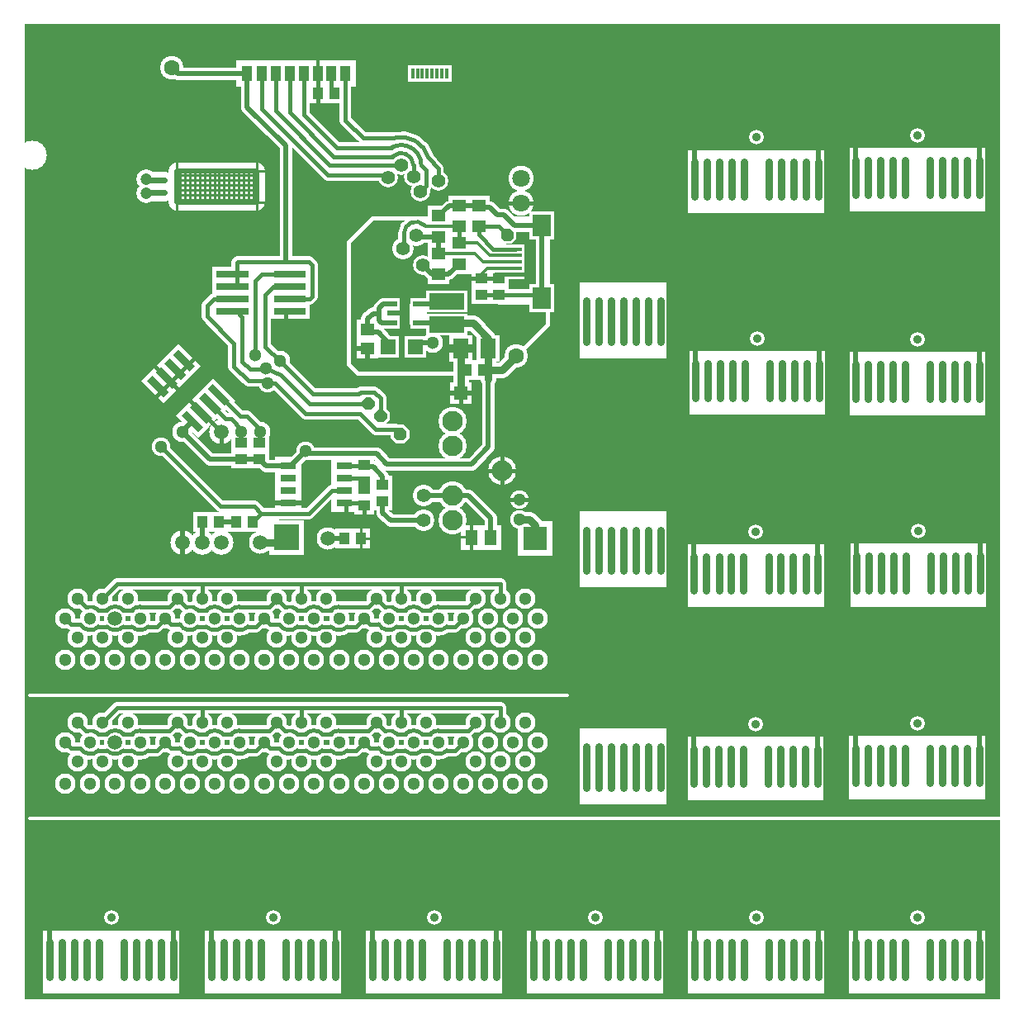
<source format=gbl>
%FSLAX34Y34*%
%MOMM*%
%LNCOPPER_BOTTOM*%
G71*
G01*
%ADD10C, 2.100*%
%ADD11C, 2.300*%
%ADD12C, 1.200*%
%ADD13R, 2.400X2.800*%
%ADD14R, 1.590X1.200*%
%ADD15C, 1.150*%
%ADD16R, 4.200X2.300*%
%ADD17C, 1.600*%
%ADD18C, 0.500*%
%ADD19R, 2.200X2.200*%
%ADD20R, 2.200X2.100*%
%ADD21C, 2.400*%
%ADD22C, 1.900*%
%ADD23C, 3.000*%
%ADD24R, 2.200X2.800*%
%ADD25R, 1.900X2.000*%
%ADD26C, 2.500*%
%ADD27C, 2.600*%
%ADD28R, 2.800X1.870*%
%ADD29R, 2.000X1.900*%
%ADD30R, 2.300X2.500*%
%ADD31C, 2.900*%
%ADD32C, 1.300*%
%ADD33R, 1.950X1.000*%
%ADD34R, 2.500X2.900*%
%ADD35C, 2.200*%
%ADD36C, 0.950*%
%ADD37C, 2.000*%
%ADD38C, 1.000*%
%ADD39C, 0.300*%
%ADD40C, 0.400*%
%ADD41C, 1.350*%
%ADD42C, 2.000*%
%ADD43C, 1.700*%
%ADD44C, 1.800*%
%ADD45R, 3.200X1.600*%
%ADD46C, 1.100*%
%ADD47R, 1.100X1.800*%
%ADD48C, 0.150*%
%ADD49R, 4.100X1.600*%
%ADD50R, 3.100X1.600*%
%ADD51C, 1.500*%
%ADD52C, 0.827*%
%ADD53C, 0.498*%
%ADD54C, 0.467*%
%ADD55C, 0.433*%
%ADD56C, 0.333*%
%ADD57C, 0.372*%
%ADD58C, 0.325*%
%ADD59C, 0.304*%
%ADD60C, 1.300*%
%ADD61C, 1.500*%
%ADD62R, 1.600X2.000*%
%ADD63R, 0.990X0.600*%
%ADD64C, 0.550*%
%ADD65R, 3.600X1.700*%
%ADD66C, 0.800*%
%ADD67R, 1.600X1.600*%
%ADD68R, 1.400X1.300*%
%ADD69R, 1.400X1.400*%
%ADD70C, 1.600*%
%ADD71C, 0.700*%
%ADD72R, 1.000X1.600*%
%ADD73R, 1.100X1.200*%
%ADD74C, 1.800*%
%ADD75R, 1.600X0.670*%
%ADD76R, 1.200X1.100*%
%ADD77R, 1.300X1.500*%
%ADD78C, 2.100*%
%ADD79R, 1.350X0.400*%
%ADD80R, 1.900X2.300*%
%ADD81C, 1.400*%
%ADD82C, 0.350*%
%ADD83C, 1.200*%
%ADD84C, 0.250*%
%ADD85C, 0.600*%
%ADD86C, 0.280*%
%ADD87C, 2.600*%
%ADD88R, 2.400X0.800*%
%ADD89R, 0.300X1.000*%
%ADD90R, 3.300X0.800*%
%ADD91R, 2.300X0.800*%
%ADD92C, 0.900*%
%ADD93C, 0.750*%
%LPD*%
G36*
X250Y50D02*
X1000250Y50D01*
X1000250Y-999950D01*
X250Y-999950D01*
X250Y50D01*
G37*
%LPC*%
X42330Y-651323D02*
G54D10*
D03*
X67830Y-651323D02*
G54D10*
D03*
X93330Y-651323D02*
G54D10*
D03*
X118830Y-651323D02*
G54D10*
D03*
X144330Y-651323D02*
G54D10*
D03*
X169830Y-651323D02*
G54D10*
D03*
X195330Y-651323D02*
G54D10*
D03*
X220830Y-651323D02*
G54D10*
D03*
X246330Y-651323D02*
G54D10*
D03*
X271830Y-651323D02*
G54D10*
D03*
X297330Y-651323D02*
G54D10*
D03*
X322830Y-651323D02*
G54D10*
D03*
X348330Y-651323D02*
G54D10*
D03*
X373830Y-651323D02*
G54D10*
D03*
X399330Y-651323D02*
G54D10*
D03*
X424830Y-651323D02*
G54D10*
D03*
X450330Y-651323D02*
G54D10*
D03*
X475830Y-651323D02*
G54D10*
D03*
X501330Y-651323D02*
G54D10*
D03*
X526830Y-651323D02*
G54D10*
D03*
X42330Y-609047D02*
G54D10*
D03*
X67830Y-609048D02*
G54D10*
D03*
X93331Y-609046D02*
G54D11*
D03*
X118830Y-609048D02*
G54D10*
D03*
X144330Y-609048D02*
G54D10*
D03*
X169830Y-609048D02*
G54D10*
D03*
X195330Y-609048D02*
G54D10*
D03*
X220830Y-609048D02*
G54D10*
D03*
X246330Y-609048D02*
G54D10*
D03*
X271830Y-609048D02*
G54D10*
D03*
X297330Y-609048D02*
G54D10*
D03*
X322830Y-609048D02*
G54D10*
D03*
X348330Y-609048D02*
G54D10*
D03*
X373830Y-609048D02*
G54D10*
D03*
X399330Y-609048D02*
G54D10*
D03*
X424830Y-609048D02*
G54D10*
D03*
X450330Y-609048D02*
G54D10*
D03*
X475830Y-609048D02*
G54D10*
D03*
X501330Y-609048D02*
G54D10*
D03*
X526830Y-609048D02*
G54D10*
D03*
X55080Y-629048D02*
G54D10*
D03*
X80580Y-629048D02*
G54D10*
D03*
X106080Y-629048D02*
G54D10*
D03*
X157080Y-629048D02*
G54D10*
D03*
X182580Y-629048D02*
G54D10*
D03*
X208080Y-629048D02*
G54D10*
D03*
X259080Y-629048D02*
G54D10*
D03*
X284580Y-629048D02*
G54D10*
D03*
X310080Y-629048D02*
G54D10*
D03*
X361080Y-629048D02*
G54D10*
D03*
X386580Y-629048D02*
G54D10*
D03*
X412080Y-629048D02*
G54D10*
D03*
X463080Y-629048D02*
G54D10*
D03*
X488580Y-629048D02*
G54D10*
D03*
X514080Y-629048D02*
G54D10*
D03*
X55080Y-589047D02*
G54D10*
D03*
X80580Y-589047D02*
G54D10*
D03*
X106080Y-589048D02*
G54D10*
D03*
X157080Y-589048D02*
G54D10*
D03*
X182580Y-589048D02*
G54D10*
D03*
X208080Y-589048D02*
G54D10*
D03*
X259080Y-589048D02*
G54D10*
D03*
X284580Y-589048D02*
G54D10*
D03*
X310080Y-589048D02*
G54D10*
D03*
X361080Y-589048D02*
G54D10*
D03*
X386580Y-589048D02*
G54D10*
D03*
X412080Y-589048D02*
G54D10*
D03*
X463080Y-589048D02*
G54D10*
D03*
X488580Y-589048D02*
G54D10*
D03*
X514080Y-589048D02*
G54D10*
D03*
G54D12*
X182580Y-589048D02*
X182580Y-573920D01*
G54D12*
X284580Y-589048D02*
X284580Y-573920D01*
G54D12*
X488580Y-589048D02*
X488580Y-573920D01*
G54D12*
X386580Y-589048D02*
X386580Y-573920D01*
G54D12*
X488580Y-573920D02*
X95708Y-573920D01*
X80580Y-589048D01*
X475967Y-332525D02*
G54D13*
D03*
X447976Y-332517D02*
G54D13*
D03*
X377450Y-286962D02*
G54D14*
D03*
X377452Y-296367D02*
G54D14*
D03*
X377450Y-305962D02*
G54D14*
D03*
X403349Y-305962D02*
G54D14*
D03*
X403350Y-286962D02*
G54D14*
D03*
G54D15*
X377449Y-305962D02*
X366189Y-305962D01*
X364050Y-303823D01*
X364050Y-290726D01*
X367815Y-286962D01*
X377450Y-286962D01*
X433570Y-307447D02*
G54D16*
D03*
X433570Y-284447D02*
G54D16*
D03*
G54D15*
X403350Y-286962D02*
X439389Y-286962D01*
X441508Y-284844D01*
G54D15*
X403349Y-305962D02*
X439626Y-305962D01*
X441508Y-307844D01*
G54D17*
X447967Y-377903D02*
X447971Y-342045D01*
G36*
X410570Y-287594D02*
X397870Y-287594D01*
X397870Y-306644D01*
X410570Y-306644D01*
X410570Y-287594D01*
G37*
G54D18*
X410570Y-287594D02*
X397870Y-287594D01*
X397870Y-306644D01*
X410570Y-306644D01*
X410570Y-287594D01*
X401398Y-330569D02*
G54D19*
D03*
X373398Y-330570D02*
G54D19*
D03*
X351676Y-332078D02*
G54D20*
D03*
X351678Y-313073D02*
G54D20*
D03*
X425000Y-234889D02*
G54D20*
D03*
X425000Y-256463D02*
G54D20*
D03*
X419080Y-326878D02*
G54D10*
D03*
X447967Y-377903D02*
G54D19*
D03*
X504537Y-340233D02*
G54D21*
D03*
X247650Y-352656D02*
G54D10*
D03*
X261942Y-345286D02*
G54D10*
D03*
X249218Y-368154D02*
G54D22*
D03*
X507820Y-487399D02*
G54D22*
D03*
G36*
X505874Y-545026D02*
X505874Y-509026D01*
X541874Y-509026D01*
X541874Y-545026D01*
X505874Y-545026D01*
G37*
X7998Y-134137D02*
G54D23*
D03*
X228663Y-50435D02*
G54D24*
D03*
X243742Y-50433D02*
G54D24*
D03*
X258030Y-50433D02*
G54D24*
D03*
X272317Y-50434D02*
G54D24*
D03*
X286605Y-50433D02*
G54D24*
D03*
X300895Y-50435D02*
G54D24*
D03*
X315180Y-50433D02*
G54D24*
D03*
X329467Y-50433D02*
G54D24*
D03*
X300895Y-70815D02*
G54D25*
D03*
X317895Y-70815D02*
G54D25*
D03*
G54D12*
X315180Y-50433D02*
X315180Y-70481D01*
X317895Y-73196D01*
X236934Y-339559D02*
G54D10*
D03*
X162330Y-531149D02*
G54D26*
D03*
X182975Y-531155D02*
G54D26*
D03*
X202025Y-531155D02*
G54D26*
D03*
X202022Y-418315D02*
G54D26*
D03*
G36*
X287040Y-508074D02*
X287040Y-544074D01*
X251040Y-544074D01*
X251040Y-508074D01*
X287040Y-508074D01*
G37*
X509438Y-183754D02*
G54D27*
D03*
X509435Y-158354D02*
G54D27*
D03*
X151737Y-44706D02*
G54D21*
D03*
X328128Y-452730D02*
G54D28*
D03*
X328128Y-465430D02*
G54D28*
D03*
X328128Y-478130D02*
G54D28*
D03*
X328128Y-490830D02*
G54D28*
D03*
X271128Y-490830D02*
G54D28*
D03*
X271128Y-478130D02*
G54D28*
D03*
X271128Y-465430D02*
G54D28*
D03*
X271128Y-452730D02*
G54D28*
D03*
X348596Y-476146D02*
G54D29*
D03*
X348596Y-493146D02*
G54D29*
D03*
X348596Y-452002D02*
G54D29*
D03*
X348596Y-469002D02*
G54D29*
D03*
X367561Y-489336D02*
G54D29*
D03*
X367561Y-472336D02*
G54D29*
D03*
X140097Y-432990D02*
G54D22*
D03*
X458390Y-525858D02*
G54D30*
D03*
X162334Y-418316D02*
G54D10*
D03*
X222659Y-418316D02*
G54D10*
D03*
X241709Y-418316D02*
G54D10*
D03*
G36*
X120212Y-365777D02*
X131526Y-354464D01*
X154152Y-377093D01*
X142837Y-388406D01*
X120212Y-365777D01*
G37*
G36*
X129192Y-356797D02*
X140506Y-345484D01*
X163132Y-368112D01*
X151818Y-379425D01*
X129192Y-356797D01*
G37*
G36*
X138172Y-347815D02*
X149487Y-336503D01*
X172112Y-359133D01*
X160796Y-370446D01*
X138172Y-347815D01*
G37*
G36*
X147151Y-338838D02*
X158464Y-327524D01*
X181093Y-350150D01*
X169780Y-361464D01*
X147151Y-338838D01*
G37*
G36*
X182507Y-374193D02*
X193820Y-362879D01*
X216448Y-385506D01*
X205135Y-396820D01*
X182507Y-374193D01*
G37*
G36*
X173527Y-383174D02*
X184840Y-371860D01*
X207468Y-394486D01*
X196155Y-405800D01*
X173527Y-383174D01*
G37*
G36*
X164547Y-392154D02*
X175860Y-380840D01*
X198488Y-403466D01*
X187175Y-414780D01*
X164547Y-392154D01*
G37*
G36*
X155567Y-401133D02*
X166881Y-389820D01*
X189507Y-412448D01*
X178193Y-423761D01*
X155567Y-401133D01*
G37*
X234477Y-510372D02*
G54D25*
D03*
X217475Y-510369D02*
G54D25*
D03*
X478231Y-525859D02*
G54D30*
D03*
X490336Y-457421D02*
G54D31*
D03*
X439536Y-482820D02*
G54D31*
D03*
X439536Y-432020D02*
G54D31*
D03*
X439536Y-406621D02*
G54D31*
D03*
X439536Y-508220D02*
G54D31*
D03*
G54D32*
X412548Y-482820D02*
X455436Y-482820D01*
X478231Y-505616D01*
X478231Y-527447D01*
X503811Y-230565D02*
G54D33*
D03*
X503811Y-237065D02*
G54D33*
D03*
X503811Y-243565D02*
G54D33*
D03*
X503811Y-250065D02*
G54D33*
D03*
X503811Y-256565D02*
G54D33*
D03*
X530561Y-281065D02*
G54D34*
D03*
X530561Y-206065D02*
G54D34*
D03*
X401648Y-216652D02*
G54D35*
D03*
X425000Y-196392D02*
G54D20*
D03*
X425000Y-217966D02*
G54D20*
D03*
X445637Y-224094D02*
G54D20*
D03*
X445637Y-245668D02*
G54D20*
D03*
X445637Y-185597D02*
G54D20*
D03*
X445637Y-207171D02*
G54D20*
D03*
G54D32*
X425000Y-234889D02*
X425000Y-217966D01*
G54D12*
X445637Y-224094D02*
X445637Y-207171D01*
G54D15*
X410355Y-205960D02*
X411559Y-207164D01*
X445637Y-207171D01*
G36*
X504815Y-219833D02*
X499404Y-225244D01*
X491726Y-225244D01*
X486315Y-219833D01*
X486315Y-212155D01*
X491726Y-206744D01*
X499404Y-206744D01*
X504815Y-212155D01*
X504815Y-219833D01*
G37*
G54D32*
X530561Y-206065D02*
X530561Y-281065D01*
G54D36*
X503811Y-250065D02*
X474629Y-250065D01*
X408574Y-247106D02*
G54D37*
D03*
G36*
X369464Y-392138D02*
X375022Y-397696D01*
X375022Y-405580D01*
X369464Y-411138D01*
X361580Y-411138D01*
X356022Y-405580D01*
X356022Y-397696D01*
X361580Y-392138D01*
X369464Y-392138D01*
G37*
G36*
X356764Y-379438D02*
X362322Y-384996D01*
X362322Y-392880D01*
X356764Y-398438D01*
X348880Y-398438D01*
X343322Y-392880D01*
X343322Y-384996D01*
X348880Y-379438D01*
X356764Y-379438D01*
G37*
G36*
X389434Y-410394D02*
X394992Y-415952D01*
X394992Y-423836D01*
X389434Y-429394D01*
X381550Y-429394D01*
X375992Y-423836D01*
X375992Y-415952D01*
X381550Y-410394D01*
X389434Y-410394D01*
G37*
G54D17*
X475962Y-364046D02*
X475967Y-342050D01*
G54D15*
X425000Y-234889D02*
X461901Y-234889D01*
X470578Y-243565D01*
X503811Y-243565D01*
G54D15*
X503811Y-237065D02*
X477174Y-237065D01*
X464203Y-224094D01*
X445637Y-224094D01*
X466275Y-185597D02*
G54D20*
D03*
X466274Y-207171D02*
G54D20*
D03*
G54D38*
X503811Y-230565D02*
X480993Y-230565D01*
X466274Y-215846D01*
X466274Y-207171D01*
G54D32*
X530561Y-206065D02*
X502928Y-206065D01*
X491728Y-194866D01*
X484584Y-194866D01*
X477300Y-187581D01*
X466275Y-187581D01*
G54D32*
X466275Y-186073D02*
X445638Y-186073D01*
X486734Y-277581D02*
G54D29*
D03*
X486734Y-260581D02*
G54D29*
D03*
X468478Y-277581D02*
G54D29*
D03*
X468478Y-260581D02*
G54D29*
D03*
G36*
X483162Y-254677D02*
X444446Y-254677D01*
X408574Y-247106D01*
X444446Y-225459D01*
X483162Y-225459D01*
X483162Y-254677D01*
G37*
G54D39*
X483162Y-254677D02*
X444446Y-254677D01*
X408574Y-247106D01*
X444446Y-225459D01*
X483162Y-225459D01*
X483162Y-254677D01*
G54D12*
X468478Y-277581D02*
X527077Y-277581D01*
X530561Y-281065D01*
G36*
X489724Y-230565D02*
X456792Y-230565D01*
X425000Y-217966D01*
X440478Y-180517D01*
X470632Y-180914D01*
X484584Y-194866D01*
X491728Y-194866D01*
X498165Y-201302D01*
X489724Y-230565D01*
G37*
G54D40*
X489724Y-230565D02*
X456792Y-230565D01*
X425000Y-217966D01*
X440478Y-180517D01*
X470632Y-180914D01*
X484584Y-194866D01*
X491728Y-194866D01*
X498165Y-201302D01*
X489724Y-230565D01*
X388178Y-230122D02*
G54D35*
D03*
G54D32*
X419080Y-326878D02*
X400605Y-326878D01*
G54D40*
X356790Y-198834D02*
X332565Y-223060D01*
X332565Y-348440D01*
X342106Y-357981D01*
X486193Y-357981D01*
X536654Y-307520D01*
X536654Y-199707D01*
X535781Y-198834D01*
X356790Y-198834D01*
G54D32*
X371414Y-334419D02*
X371414Y-324583D01*
X362682Y-315851D01*
X350091Y-315851D01*
G54D41*
X352075Y-314264D02*
X352075Y-301975D01*
X357584Y-296466D01*
X363538Y-296466D01*
G54D17*
X475967Y-332525D02*
X475967Y-321980D01*
X460244Y-306256D01*
X437936Y-306256D01*
G54D32*
X348596Y-453192D02*
X357546Y-453192D01*
X367561Y-463208D01*
X367561Y-472336D01*
G54D12*
X222659Y-418316D02*
X222659Y-415144D01*
X211931Y-404416D01*
X206083Y-404416D01*
X190498Y-388830D01*
G54D12*
X241709Y-418316D02*
X241709Y-415540D01*
X228203Y-402034D01*
X221662Y-402034D01*
X199478Y-379850D01*
G54D32*
X162334Y-418316D02*
X162334Y-416993D01*
X172537Y-406790D01*
X310975Y-527400D02*
G54D11*
D03*
X409374Y-482820D02*
G54D35*
D03*
X409526Y-508220D02*
G54D35*
D03*
X125484Y-158749D02*
G54D42*
D03*
X125480Y-173034D02*
G54D42*
D03*
G36*
X156189Y-150557D02*
X238740Y-150557D01*
X238740Y-182307D01*
X156190Y-182307D01*
X156189Y-150557D01*
G37*
G54D43*
X156189Y-150557D02*
X238740Y-150557D01*
X238740Y-182307D01*
X156190Y-182307D01*
X156189Y-150557D01*
G54D44*
X143631Y-172243D02*
X125484Y-172243D01*
G54D44*
X143631Y-159543D02*
X125484Y-159543D01*
X288258Y-437753D02*
G54D22*
D03*
X182975Y-510366D02*
G54D25*
D03*
X199977Y-510369D02*
G54D25*
D03*
G54D32*
X182975Y-531155D02*
X182975Y-508778D01*
G54D32*
X199977Y-510369D02*
X217475Y-510369D01*
X386556Y-144462D02*
G54D37*
D03*
X372978Y-157247D02*
G54D37*
D03*
X399256Y-156369D02*
G54D37*
D03*
X406400Y-171450D02*
G54D37*
D03*
X425053Y-160338D02*
G54D37*
D03*
G54D12*
G75*
G01X399056Y-144462D02*
G03X377717Y-135624I-12500J0D01*
G01*
G54D12*
X372978Y-157247D02*
X370200Y-154469D01*
X311234Y-154469D01*
X243742Y-86977D01*
X243742Y-50433D01*
G54D12*
X386556Y-144462D02*
X313134Y-144066D01*
X258030Y-88961D01*
X258030Y-50433D01*
G54D12*
X399056Y-144462D02*
X399056Y-156169D01*
X399256Y-156369D01*
G54D12*
X377717Y-135624D02*
X317392Y-135624D01*
X272318Y-90549D01*
X272318Y-50434D01*
G54D12*
G75*
G01X407194Y-144462D02*
G03X376237Y-126590I-20638J0D01*
G01*
G54D12*
X376237Y-126590D02*
X320312Y-126590D01*
X286605Y-92883D01*
X286605Y-50433D01*
G54D12*
X406400Y-171450D02*
X412353Y-165497D01*
X412353Y-149621D01*
X407194Y-144462D01*
G54D12*
G75*
G01X410355Y-205960D02*
G03X389334Y-214668I-8707J-8708D01*
G01*
G54D12*
X389334Y-214667D02*
X389334Y-228966D01*
X388178Y-230122D01*
X268043Y-256452D02*
G54D45*
D03*
X268043Y-269152D02*
G54D45*
D03*
X268043Y-281852D02*
G54D45*
D03*
X268043Y-294552D02*
G54D45*
D03*
X218042Y-294552D02*
G54D45*
D03*
X218043Y-281852D02*
G54D45*
D03*
X218043Y-269152D02*
G54D45*
D03*
X218043Y-256452D02*
G54D45*
D03*
G54D12*
X218043Y-256452D02*
X218043Y-269152D01*
G54D12*
G75*
G01X414473Y-136995D02*
G03X379017Y-116524I-27963J-7493D01*
G01*
G54D12*
X329467Y-50433D02*
X329467Y-98486D01*
X347505Y-116524D01*
X379017Y-116524D01*
G54D38*
X425053Y-160338D02*
X425053Y-147575D01*
X414473Y-136995D01*
G36*
X228663Y-50435D02*
X228663Y-84994D01*
X286605Y-92883D01*
X286605Y-50433D01*
X228663Y-50435D01*
G37*
G54D40*
X228663Y-50435D02*
X228663Y-84994D01*
X286605Y-92883D01*
X286605Y-50433D01*
X228663Y-50435D01*
G36*
X422275Y-156766D02*
X404416Y-156766D01*
X404416Y-146844D01*
X422275Y-146844D01*
X422275Y-156766D01*
G37*
G54D40*
X422275Y-156766D02*
X404416Y-156766D01*
X404416Y-146844D01*
X422275Y-146844D01*
X422275Y-156766D01*
G54D46*
X425000Y-256463D02*
X434842Y-256463D01*
X445637Y-245668D01*
G54D46*
X445638Y-185597D02*
X435795Y-185597D01*
X425000Y-196392D01*
G36*
X486734Y-277700D02*
X525462Y-277700D01*
X525462Y-285075D01*
X486734Y-285075D01*
X486734Y-277700D01*
G37*
G54D40*
X486734Y-277700D02*
X525462Y-277700D01*
X525462Y-285075D01*
X486734Y-285075D01*
X486734Y-277700D01*
G54D32*
X425000Y-256463D02*
X417932Y-256463D01*
X408574Y-247106D01*
X328565Y-527399D02*
G54D25*
D03*
X345564Y-527400D02*
G54D25*
D03*
G54D32*
X310975Y-527399D02*
X328565Y-527399D01*
G54D12*
X236934Y-339559D02*
X236934Y-263128D01*
X242888Y-257175D01*
G54D12*
X268836Y-256452D02*
X243610Y-256452D01*
X242888Y-257175D01*
G54D12*
X223599Y-345836D02*
X231628Y-353866D01*
X246440Y-353866D01*
X247650Y-352656D01*
G54D12*
X261942Y-345286D02*
X247253Y-330597D01*
X247253Y-277416D01*
X255516Y-269152D01*
X268043Y-269152D01*
G54D12*
X337078Y-398859D02*
X288131Y-398859D01*
X257426Y-368154D01*
X248821Y-368154D01*
G54D12*
X365522Y-401638D02*
X365522Y-383381D01*
X359172Y-377031D01*
X345084Y-377031D01*
X343000Y-379115D01*
X295772Y-379115D01*
X261942Y-345286D01*
G54D12*
X352822Y-388938D02*
X292894Y-388938D01*
X263525Y-359569D01*
X247650Y-352656D01*
G36*
X194398Y-281852D02*
X187722Y-299640D01*
X249218Y-368154D01*
X261942Y-345286D01*
X247253Y-330597D01*
X247253Y-310753D01*
X230188Y-293688D01*
X194398Y-281852D01*
G37*
G54D40*
X194398Y-281852D02*
X187722Y-299640D01*
X249218Y-368154D01*
X261942Y-345286D01*
X247253Y-330597D01*
X247253Y-310753D01*
X230188Y-293688D01*
X194398Y-281852D01*
G36*
X219075Y-243681D02*
X268042Y-243681D01*
X268042Y-281852D01*
X219075Y-281852D01*
X219075Y-243681D01*
G37*
G54D40*
X219075Y-243681D02*
X268042Y-243681D01*
X268042Y-281852D01*
X219075Y-281852D01*
X219075Y-243681D01*
G54D32*
X228663Y-74279D02*
X228663Y-84994D01*
X267890Y-124222D01*
G54D17*
X469041Y-354528D02*
X490242Y-354528D01*
X504537Y-340233D01*
G54D12*
X337078Y-398859D02*
X344091Y-398859D01*
X360362Y-415131D01*
X380730Y-415131D01*
X385492Y-419894D01*
G36*
X352822Y-388938D02*
X365522Y-388938D01*
X365522Y-401638D01*
X352822Y-401638D01*
X352822Y-388938D01*
G37*
G54D40*
X352822Y-388938D02*
X365522Y-388938D01*
X365522Y-401638D01*
X352822Y-401638D01*
X352822Y-388938D01*
G54D32*
X409526Y-508220D02*
X375333Y-508220D01*
X367561Y-500448D01*
X367561Y-489336D01*
X222400Y-446243D02*
G54D29*
D03*
X222403Y-429241D02*
G54D29*
D03*
X241450Y-446243D02*
G54D29*
D03*
X241453Y-429241D02*
G54D29*
D03*
G54D32*
X240260Y-446243D02*
X190261Y-446243D01*
X162334Y-418316D01*
G54D12*
X328128Y-452730D02*
X348133Y-452730D01*
X348596Y-453192D01*
G54D12*
X328128Y-465430D02*
X343833Y-465430D01*
X348596Y-470192D01*
G54D12*
X328128Y-490830D02*
X345090Y-490830D01*
X348596Y-494336D01*
G54D12*
X328128Y-478130D02*
X316017Y-478130D01*
X292100Y-502047D01*
X242802Y-502047D01*
X234477Y-510372D01*
G54D12*
X242975Y-501369D02*
X236112Y-494506D01*
G54D32*
X272319Y-452730D02*
X273281Y-452730D01*
X288258Y-437753D01*
G54D32*
X271128Y-452730D02*
X247938Y-452730D01*
X241450Y-446243D01*
G54D12*
X236112Y-494506D02*
X201612Y-494506D01*
X140097Y-432990D01*
G54D32*
X288258Y-437753D02*
X290639Y-440134D01*
X361156Y-440134D01*
X371872Y-450850D01*
X458390Y-450850D01*
X475962Y-433278D01*
X475962Y-364046D01*
G36*
X443731Y-344529D02*
X462731Y-344528D01*
X462732Y-364528D01*
X443732Y-364529D01*
X443731Y-344529D01*
G37*
X470231Y-354528D02*
G54D25*
D03*
X398310Y-50388D02*
G54D47*
D03*
X403310Y-50388D02*
G54D47*
D03*
X408310Y-50388D02*
G54D47*
D03*
X413310Y-50388D02*
G54D47*
D03*
X418310Y-50388D02*
G54D47*
D03*
X423310Y-50388D02*
G54D47*
D03*
X428310Y-50388D02*
G54D47*
D03*
X433310Y-50388D02*
G54D47*
D03*
G54D12*
G75*
G01X101816Y-600561D02*
G03X84845Y-600561I-8485J-8485D01*
G01*
G54D12*
G75*
G01X118830Y-597048D02*
G03X110344Y-600563I0J-12000D01*
G01*
G54D12*
X101816Y-600561D02*
X110344Y-600563D01*
G54D12*
G75*
G01X76315Y-600563D02*
G03X64724Y-597457I-8485J-8485D01*
G01*
G54D12*
X76315Y-600563D02*
X84846Y-600561D01*
G54D12*
G75*
G01X84845Y-617532D02*
G03X101816Y-617532I8486J8486D01*
G01*
G54D12*
G75*
G01X110344Y-617530D02*
G03X127315Y-617530I8486J8486D01*
G01*
G54D12*
X101816Y-617532D02*
X110344Y-617530D01*
G54D12*
G75*
G01X57437Y-615044D02*
G03X76315Y-617530I10393J6000D01*
G01*
G54D12*
X76315Y-617530D02*
X84846Y-617532D01*
G54D12*
X64724Y-597457D02*
X63491Y-597457D01*
X55080Y-589047D01*
G54D12*
X118830Y-597048D02*
X149080Y-597048D01*
X157080Y-589048D01*
G54D12*
G75*
G01X203816Y-600563D02*
G03X186845Y-600563I-8486J-8485D01*
G01*
G54D12*
G75*
G01X220829Y-597050D02*
G03X212344Y-600565I0J-12000D01*
G01*
G54D12*
X203816Y-600563D02*
X212344Y-600565D01*
G54D12*
G75*
G01X178315Y-600565D02*
G03X166723Y-597459I-8486J-8485D01*
G01*
G54D12*
X178314Y-600565D02*
X186845Y-600563D01*
G54D12*
X166724Y-597459D02*
X165491Y-597459D01*
X157080Y-589048D01*
G54D12*
X220829Y-597050D02*
X251079Y-597050D01*
X259080Y-589050D01*
G54D12*
G75*
G01X305816Y-600563D02*
G03X288845Y-600563I-8486J-8485D01*
G01*
G54D12*
G75*
G01X322829Y-597050D02*
G03X314344Y-600565I0J-12000D01*
G01*
G54D12*
X305816Y-600563D02*
X314344Y-600565D01*
G54D12*
G75*
G01X280315Y-600565D02*
G03X268723Y-597459I-8486J-8485D01*
G01*
G54D12*
X280314Y-600565D02*
X288845Y-600563D01*
G54D12*
X268724Y-597459D02*
X267491Y-597459D01*
X259080Y-589048D01*
G54D12*
X322829Y-597050D02*
X353079Y-597050D01*
X361080Y-589050D01*
G54D12*
G75*
G01X407816Y-600563D02*
G03X390845Y-600563I-8486J-8485D01*
G01*
G54D12*
G75*
G01X424829Y-597050D02*
G03X416344Y-600565I0J-12000D01*
G01*
G54D12*
X407816Y-600563D02*
X416344Y-600565D01*
G54D12*
G75*
G01X382315Y-600565D02*
G03X370723Y-597459I-8486J-8485D01*
G01*
G54D12*
X382314Y-600565D02*
X390845Y-600563D01*
G54D12*
X370724Y-597459D02*
X369491Y-597459D01*
X361080Y-589048D01*
G54D12*
X424829Y-597050D02*
X455079Y-597050D01*
X463080Y-589050D01*
G54D12*
X127315Y-617530D02*
X135848Y-617530D01*
X144330Y-609048D01*
G54D12*
X57438Y-615044D02*
X48328Y-615044D01*
X42330Y-609047D01*
G54D12*
G75*
G01X186845Y-617533D02*
G03X203816Y-617533I8485J8485D01*
G01*
G54D12*
G75*
G01X212344Y-617531D02*
G03X229315Y-617531I8485J8485D01*
G01*
G54D12*
X203816Y-617533D02*
X212344Y-617531D01*
G54D12*
G75*
G01X159437Y-615046D02*
G03X178315Y-617531I10392J6000D01*
G01*
G54D12*
X178314Y-617531D02*
X186845Y-617533D01*
G54D12*
X229314Y-617531D02*
X237848Y-617531D01*
X246329Y-609050D01*
G54D12*
X159437Y-615046D02*
X150328Y-615046D01*
X144330Y-609048D01*
G54D12*
G75*
G01X288845Y-617533D02*
G03X305816Y-617533I8485J8485D01*
G01*
G54D12*
G75*
G01X314344Y-617531D02*
G03X331315Y-617531I8485J8485D01*
G01*
G54D12*
X305816Y-617533D02*
X314344Y-617531D01*
G54D12*
G75*
G01X261437Y-615046D02*
G03X280315Y-617531I10392J6000D01*
G01*
G54D12*
X280314Y-617531D02*
X288845Y-617533D01*
G54D12*
X331314Y-617531D02*
X339848Y-617531D01*
X348329Y-609050D01*
G54D12*
X261437Y-615046D02*
X252328Y-615046D01*
X246330Y-609048D01*
G54D12*
G75*
G01X390845Y-617533D02*
G03X407816Y-617533I8485J8485D01*
G01*
G54D12*
G75*
G01X416344Y-617531D02*
G03X433315Y-617531I8485J8485D01*
G01*
G54D12*
X407816Y-617533D02*
X416344Y-617531D01*
G54D12*
G75*
G01X363437Y-615046D02*
G03X382315Y-617531I10392J6000D01*
G01*
G54D12*
X382314Y-617531D02*
X390845Y-617533D01*
G54D12*
X433314Y-617531D02*
X441848Y-617531D01*
X450329Y-609050D01*
G54D12*
X363437Y-615046D02*
X354328Y-615046D01*
X348330Y-609048D01*
G54D32*
X228663Y-50435D02*
X228663Y-74279D01*
G54D32*
X228663Y-50435D02*
X157466Y-50435D01*
X151737Y-44706D01*
G54D46*
X425000Y-217966D02*
X404550Y-217966D01*
X403236Y-216652D01*
X458390Y-525858D02*
G54D30*
D03*
X478231Y-525859D02*
G54D30*
D03*
G54D32*
X409374Y-482820D02*
X455436Y-482820D01*
X478231Y-505616D01*
X478231Y-527447D01*
G54D32*
X267890Y-242888D02*
X267890Y-124222D01*
G54D12*
X466274Y-207171D02*
X486742Y-207171D01*
X495565Y-215994D01*
X241719Y-531149D02*
G54D11*
D03*
X507821Y-507400D02*
G54D22*
D03*
G54D12*
X223599Y-345836D02*
X223599Y-300108D01*
X218042Y-294552D01*
G54D12*
X248821Y-368154D02*
X246440Y-365772D01*
X229836Y-365772D01*
X215106Y-351043D01*
X215106Y-327025D01*
X187722Y-299640D01*
X187722Y-288528D01*
X194398Y-281852D01*
X206930Y-281852D01*
G54D17*
X507821Y-507400D02*
X518116Y-507400D01*
X523876Y-513160D01*
X523876Y-527026D01*
G54D17*
X241719Y-531149D02*
X263965Y-531149D01*
X269040Y-526074D01*
G36*
X241719Y-531149D02*
X260747Y-531149D01*
X260747Y-503238D01*
X241719Y-503238D01*
X241719Y-531149D01*
G37*
G54D48*
X241719Y-531149D02*
X260747Y-531149D01*
X260747Y-503238D01*
X241719Y-503238D01*
X241719Y-531149D01*
X272805Y-256452D02*
G54D49*
D03*
X218043Y-256452D02*
G54D50*
D03*
X272805Y-269152D02*
G54D49*
D03*
X272805Y-281852D02*
G54D49*
D03*
X272805Y-294552D02*
G54D49*
D03*
X213280Y-294552D02*
G54D49*
D03*
X213280Y-281852D02*
G54D49*
D03*
X213280Y-269152D02*
G54D49*
D03*
X213280Y-256452D02*
G54D49*
D03*
G54D12*
X218043Y-256452D02*
X218043Y-244713D01*
X219075Y-243681D01*
X291703Y-243681D01*
X295275Y-247253D01*
X295275Y-279003D01*
X292823Y-281852D01*
X276774Y-281852D01*
X42330Y-778323D02*
G54D10*
D03*
X67830Y-778323D02*
G54D10*
D03*
X93330Y-778323D02*
G54D10*
D03*
X118830Y-778323D02*
G54D10*
D03*
X144330Y-778323D02*
G54D10*
D03*
X169830Y-778323D02*
G54D10*
D03*
X195330Y-778323D02*
G54D10*
D03*
X220830Y-778323D02*
G54D10*
D03*
X246330Y-778323D02*
G54D10*
D03*
X271830Y-778323D02*
G54D10*
D03*
X297330Y-778323D02*
G54D10*
D03*
X322830Y-778323D02*
G54D10*
D03*
X348330Y-778323D02*
G54D10*
D03*
X373830Y-778323D02*
G54D10*
D03*
X399330Y-778323D02*
G54D10*
D03*
X424830Y-778323D02*
G54D10*
D03*
X450330Y-778323D02*
G54D10*
D03*
X475830Y-778323D02*
G54D10*
D03*
X501330Y-778323D02*
G54D10*
D03*
X526830Y-778323D02*
G54D10*
D03*
X42330Y-736047D02*
G54D10*
D03*
X67830Y-736048D02*
G54D10*
D03*
X93331Y-736046D02*
G54D11*
D03*
X118830Y-736048D02*
G54D10*
D03*
X144330Y-736048D02*
G54D10*
D03*
X169830Y-736048D02*
G54D10*
D03*
X195330Y-736048D02*
G54D10*
D03*
X220830Y-736048D02*
G54D10*
D03*
X246330Y-736048D02*
G54D10*
D03*
X271830Y-736048D02*
G54D10*
D03*
X297330Y-736048D02*
G54D10*
D03*
X322830Y-736048D02*
G54D10*
D03*
X348330Y-736048D02*
G54D10*
D03*
X373830Y-736048D02*
G54D10*
D03*
X399330Y-736048D02*
G54D10*
D03*
X424830Y-736048D02*
G54D10*
D03*
X450330Y-736048D02*
G54D10*
D03*
X475830Y-736048D02*
G54D10*
D03*
X501330Y-736048D02*
G54D10*
D03*
X526830Y-736048D02*
G54D10*
D03*
X55080Y-756048D02*
G54D10*
D03*
X80580Y-756048D02*
G54D10*
D03*
X106080Y-756048D02*
G54D10*
D03*
X157080Y-756048D02*
G54D10*
D03*
X182580Y-756048D02*
G54D10*
D03*
X208080Y-756048D02*
G54D10*
D03*
X259080Y-756048D02*
G54D10*
D03*
X284580Y-756048D02*
G54D10*
D03*
X310080Y-756048D02*
G54D10*
D03*
X361080Y-756048D02*
G54D10*
D03*
X386580Y-756048D02*
G54D10*
D03*
X412080Y-756048D02*
G54D10*
D03*
X463080Y-756048D02*
G54D10*
D03*
X488580Y-756048D02*
G54D10*
D03*
X514080Y-756048D02*
G54D10*
D03*
X55080Y-716047D02*
G54D10*
D03*
X80580Y-716047D02*
G54D10*
D03*
X106080Y-716048D02*
G54D10*
D03*
X157080Y-716048D02*
G54D10*
D03*
X182580Y-716048D02*
G54D10*
D03*
X208080Y-716048D02*
G54D10*
D03*
X259080Y-716048D02*
G54D10*
D03*
X284580Y-716048D02*
G54D10*
D03*
X310080Y-716048D02*
G54D10*
D03*
X361080Y-716048D02*
G54D10*
D03*
X386580Y-716048D02*
G54D10*
D03*
X412080Y-716048D02*
G54D10*
D03*
X463080Y-716048D02*
G54D10*
D03*
X488580Y-716048D02*
G54D10*
D03*
X514080Y-716048D02*
G54D10*
D03*
G54D12*
X182580Y-716048D02*
X182580Y-700920D01*
G54D12*
X284580Y-716048D02*
X284580Y-700920D01*
G54D12*
X488580Y-716048D02*
X488580Y-700920D01*
G54D12*
X386580Y-716048D02*
X386580Y-700920D01*
G54D12*
X488580Y-700920D02*
X95708Y-700920D01*
X80580Y-716048D01*
G54D12*
G75*
G01X101816Y-727561D02*
G03X84845Y-727561I-8485J-8485D01*
G01*
G54D12*
G75*
G01X118830Y-724048D02*
G03X110344Y-727563I0J-12000D01*
G01*
G54D12*
X101816Y-727561D02*
X110344Y-727563D01*
G54D12*
G75*
G01X76315Y-727563D02*
G03X64724Y-724457I-8485J-8485D01*
G01*
G54D12*
X76315Y-727563D02*
X84846Y-727561D01*
G54D12*
G75*
G01X84845Y-744532D02*
G03X101816Y-744532I8486J8486D01*
G01*
G54D12*
G75*
G01X110344Y-744530D02*
G03X127315Y-744530I8486J8486D01*
G01*
G54D12*
X101816Y-744532D02*
X110344Y-744530D01*
G54D12*
G75*
G01X57437Y-742044D02*
G03X76315Y-744530I10393J6000D01*
G01*
G54D12*
X76315Y-744530D02*
X84846Y-744532D01*
G54D12*
X64724Y-724457D02*
X63491Y-724457D01*
X55080Y-716047D01*
G54D12*
X118830Y-724048D02*
X149080Y-724048D01*
X157080Y-716048D01*
G54D12*
G75*
G01X203816Y-727563D02*
G03X186845Y-727563I-8486J-8485D01*
G01*
G54D12*
G75*
G01X220829Y-724050D02*
G03X212344Y-727565I0J-12000D01*
G01*
G54D12*
X203816Y-727563D02*
X212344Y-727565D01*
G54D12*
G75*
G01X178315Y-727565D02*
G03X166723Y-724459I-8486J-8485D01*
G01*
G54D12*
X178314Y-727565D02*
X186845Y-727563D01*
G54D12*
X166724Y-724459D02*
X165491Y-724459D01*
X157080Y-716048D01*
G54D12*
X220829Y-724050D02*
X251079Y-724050D01*
X259080Y-716050D01*
G54D12*
G75*
G01X305816Y-727563D02*
G03X288845Y-727563I-8486J-8485D01*
G01*
G54D12*
G75*
G01X322829Y-724050D02*
G03X314344Y-727565I0J-12000D01*
G01*
G54D12*
X305816Y-727563D02*
X314344Y-727565D01*
G54D12*
G75*
G01X280315Y-727565D02*
G03X268723Y-724459I-8486J-8485D01*
G01*
G54D12*
X280314Y-727565D02*
X288845Y-727563D01*
G54D12*
X268724Y-724459D02*
X267491Y-724459D01*
X259080Y-716048D01*
G54D12*
X322829Y-724050D02*
X353079Y-724050D01*
X361080Y-716050D01*
G54D12*
G75*
G01X407816Y-727563D02*
G03X390845Y-727563I-8486J-8485D01*
G01*
G54D12*
G75*
G01X424829Y-724050D02*
G03X416344Y-727565I0J-12000D01*
G01*
G54D12*
X407816Y-727563D02*
X416344Y-727565D01*
G54D12*
G75*
G01X382315Y-727565D02*
G03X370723Y-724459I-8486J-8485D01*
G01*
G54D12*
X382314Y-727565D02*
X390845Y-727563D01*
G54D12*
X370724Y-724459D02*
X369491Y-724459D01*
X361080Y-716048D01*
G54D12*
X424829Y-724050D02*
X455079Y-724050D01*
X463080Y-716050D01*
G54D12*
X127315Y-744530D02*
X135848Y-744530D01*
X144330Y-736048D01*
G54D12*
X57438Y-742044D02*
X48328Y-742044D01*
X42330Y-736047D01*
G54D12*
G75*
G01X186845Y-744533D02*
G03X203816Y-744533I8485J8485D01*
G01*
G54D12*
G75*
G01X212344Y-744531D02*
G03X229315Y-744531I8485J8485D01*
G01*
G54D12*
X203816Y-744533D02*
X212344Y-744531D01*
G54D12*
G75*
G01X159437Y-742046D02*
G03X178315Y-744531I10392J6000D01*
G01*
G54D12*
X178314Y-744531D02*
X186845Y-744533D01*
G54D12*
X229314Y-744531D02*
X237848Y-744531D01*
X246329Y-736050D01*
G54D12*
X159437Y-742046D02*
X150328Y-742046D01*
X144330Y-736048D01*
G54D12*
G75*
G01X288845Y-744533D02*
G03X305816Y-744533I8485J8485D01*
G01*
G54D12*
G75*
G01X314344Y-744531D02*
G03X331315Y-744531I8485J8485D01*
G01*
G54D12*
X305816Y-744533D02*
X314344Y-744531D01*
G54D12*
G75*
G01X261437Y-742046D02*
G03X280315Y-744531I10392J6000D01*
G01*
G54D12*
X280314Y-744531D02*
X288845Y-744533D01*
G54D12*
X331314Y-744531D02*
X339848Y-744531D01*
X348329Y-736050D01*
G54D12*
X261437Y-742046D02*
X252328Y-742046D01*
X246330Y-736048D01*
G54D12*
G75*
G01X390845Y-744533D02*
G03X407816Y-744533I8485J8485D01*
G01*
G54D12*
G75*
G01X416344Y-744531D02*
G03X433315Y-744531I8485J8485D01*
G01*
G54D12*
X407816Y-744533D02*
X416344Y-744531D01*
G54D12*
G75*
G01X363437Y-742046D02*
G03X382315Y-744531I10392J6000D01*
G01*
G54D12*
X382314Y-744531D02*
X390845Y-744533D01*
G54D12*
X433314Y-744531D02*
X441848Y-744531D01*
X450329Y-736050D01*
G54D12*
X363437Y-742046D02*
X354328Y-742046D01*
X348330Y-736048D01*
X750696Y-916116D02*
G54D51*
D03*
X255396Y-916116D02*
G54D51*
D03*
X420496Y-916116D02*
G54D51*
D03*
X915796Y-916116D02*
G54D51*
D03*
X89502Y-916116D02*
G54D51*
D03*
X585596Y-916116D02*
G54D51*
D03*
G36*
X19596Y-993934D02*
X19596Y-928934D01*
X159046Y-928934D01*
X159046Y-993934D01*
X19596Y-993934D01*
G37*
G36*
X185490Y-993934D02*
X185490Y-928934D01*
X324940Y-928934D01*
X324940Y-993934D01*
X185490Y-993934D01*
G37*
G36*
X350590Y-993934D02*
X350590Y-928934D01*
X490040Y-928934D01*
X490040Y-993934D01*
X350590Y-993934D01*
G37*
G36*
X515690Y-993934D02*
X515690Y-928934D01*
X655140Y-928934D01*
X655140Y-993934D01*
X515690Y-993934D01*
G37*
G36*
X680790Y-993934D02*
X680790Y-928934D01*
X820240Y-928934D01*
X820240Y-993934D01*
X680790Y-993934D01*
G37*
G36*
X845890Y-993934D02*
X845890Y-928934D01*
X985340Y-928934D01*
X985340Y-993934D01*
X845890Y-993934D01*
G37*
G54D39*
X5953Y-814388D02*
X1000125Y-814388D01*
G54D39*
X5953Y-688181D02*
X557212Y-688181D01*
X915605Y-716573D02*
G54D51*
D03*
X750108Y-717366D02*
G54D51*
D03*
G36*
X845700Y-794391D02*
X845700Y-729391D01*
X985150Y-729391D01*
X985150Y-794391D01*
X845700Y-794391D01*
G37*
G36*
X680203Y-795184D02*
X680203Y-730184D01*
X819653Y-730184D01*
X819653Y-795184D01*
X680203Y-795184D01*
G37*
X750277Y-519973D02*
G54D51*
D03*
X916796Y-519326D02*
G54D51*
D03*
G36*
X846890Y-597144D02*
X846890Y-532144D01*
X986340Y-532144D01*
X986340Y-597144D01*
X846890Y-597144D01*
G37*
G36*
X680371Y-597791D02*
X680371Y-532791D01*
X819822Y-532791D01*
X819822Y-597791D01*
X680371Y-597791D01*
G37*
X916002Y-323270D02*
G54D51*
D03*
X751696Y-322476D02*
G54D51*
D03*
G36*
X846096Y-401088D02*
X846096Y-336088D01*
X985546Y-336088D01*
X985546Y-401088D01*
X846096Y-401088D01*
G37*
G36*
X681790Y-400294D02*
X681790Y-335294D01*
X821240Y-335294D01*
X821240Y-400294D01*
X681790Y-400294D01*
G37*
G36*
X569870Y-799493D02*
X569871Y-721793D01*
X658520Y-721793D01*
X658521Y-799493D01*
X569870Y-799493D01*
G37*
G36*
X569870Y-577243D02*
X569871Y-499543D01*
X658520Y-499543D01*
X658521Y-577243D01*
X569870Y-577243D01*
G37*
G36*
X569870Y-342293D02*
X569871Y-264593D01*
X658520Y-264593D01*
X658521Y-342293D01*
X569870Y-342293D01*
G37*
X916002Y-113720D02*
G54D51*
D03*
G36*
X846096Y-191538D02*
X846096Y-126538D01*
X985546Y-126538D01*
X985546Y-191538D01*
X846096Y-191538D01*
G37*
X750696Y-116016D02*
G54D51*
D03*
G36*
X680790Y-193834D02*
X680790Y-128834D01*
X820240Y-128834D01*
X820240Y-193834D01*
X680790Y-193834D01*
G37*
%LPD*%
G54D52*
G36*
X447976Y-336651D02*
X435476Y-336652D01*
X435475Y-328384D01*
X447975Y-328384D01*
X447976Y-336651D01*
G37*
G36*
X447975Y-328384D02*
X460475Y-328383D01*
X460476Y-336650D01*
X447976Y-336651D01*
X447975Y-328384D01*
G37*
G54D53*
G36*
X351676Y-334569D02*
X340176Y-334569D01*
X340176Y-329586D01*
X351676Y-329586D01*
X351676Y-334569D01*
G37*
G36*
X354168Y-332078D02*
X354168Y-343078D01*
X349185Y-343078D01*
X349185Y-332078D01*
X354168Y-332078D01*
G37*
G54D54*
G36*
X447967Y-375569D02*
X459467Y-375570D01*
X459467Y-380237D01*
X447967Y-380236D01*
X447967Y-375569D01*
G37*
G36*
X450301Y-377903D02*
X450300Y-389403D01*
X445633Y-389403D01*
X445634Y-377903D01*
X450301Y-377903D01*
G37*
G36*
X447967Y-380236D02*
X436467Y-380236D01*
X436467Y-375569D01*
X447967Y-375569D01*
X447967Y-380236D01*
G37*
G36*
X445634Y-377903D02*
X445634Y-366403D01*
X450301Y-366403D01*
X450301Y-377903D01*
X445634Y-377903D01*
G37*
G54D55*
G36*
X507820Y-485232D02*
X517820Y-485232D01*
X517820Y-489566D01*
X507820Y-489566D01*
X507820Y-485232D01*
G37*
G36*
X507820Y-489566D02*
X497820Y-489566D01*
X497820Y-485232D01*
X507820Y-485232D01*
X507820Y-489566D01*
G37*
G54D56*
G36*
X302562Y-50435D02*
X302563Y-64935D01*
X299230Y-64935D01*
X299229Y-50435D01*
X302562Y-50435D01*
G37*
G36*
X299229Y-50435D02*
X299228Y-35935D01*
X302561Y-35935D01*
X302562Y-50435D01*
X299229Y-50435D01*
G37*
G54D18*
G36*
X159830Y-531149D02*
X159830Y-518149D01*
X164830Y-518149D01*
X164830Y-531149D01*
X159830Y-531149D01*
G37*
G36*
X164830Y-531149D02*
X164830Y-544149D01*
X159830Y-544149D01*
X159830Y-531149D01*
X164830Y-531149D01*
G37*
G54D57*
G36*
X509438Y-185614D02*
X495938Y-185614D01*
X495938Y-181894D01*
X509438Y-181894D01*
X509438Y-185614D01*
G37*
G36*
X509438Y-181894D02*
X522938Y-181894D01*
X522938Y-185614D01*
X509438Y-185614D01*
X509438Y-181894D01*
G37*
G54D58*
G36*
X460015Y-525858D02*
X460015Y-538858D01*
X456765Y-538858D01*
X456765Y-525858D01*
X460015Y-525858D01*
G37*
G36*
X458390Y-527483D02*
X446390Y-527483D01*
X446390Y-524233D01*
X458390Y-524233D01*
X458390Y-527483D01*
G37*
G36*
X456765Y-525858D02*
X456765Y-512858D01*
X460015Y-512858D01*
X460015Y-525858D01*
X456765Y-525858D01*
G37*
G54D59*
G36*
X344043Y-527400D02*
X344043Y-516900D01*
X347086Y-516900D01*
X347086Y-527400D01*
X344043Y-527400D01*
G37*
G36*
X345564Y-525878D02*
X355564Y-525878D01*
X355564Y-528921D01*
X345564Y-528921D01*
X345564Y-525878D01*
G37*
G36*
X347086Y-527400D02*
X347086Y-537900D01*
X344043Y-537900D01*
X344043Y-527400D01*
X347086Y-527400D01*
G37*
G54D58*
G36*
X460015Y-525858D02*
X460015Y-538858D01*
X456765Y-538858D01*
X456765Y-525858D01*
X460015Y-525858D01*
G37*
G36*
X458390Y-527483D02*
X446390Y-527483D01*
X446390Y-524233D01*
X458390Y-524233D01*
X458390Y-527483D01*
G37*
G36*
X456765Y-525858D02*
X456765Y-512858D01*
X460015Y-512858D01*
X460015Y-525858D01*
X456765Y-525858D01*
G37*
X42330Y-651323D02*
G54D60*
D03*
X67830Y-651323D02*
G54D60*
D03*
X93330Y-651323D02*
G54D60*
D03*
X118830Y-651323D02*
G54D60*
D03*
X144330Y-651323D02*
G54D60*
D03*
X169830Y-651323D02*
G54D60*
D03*
X195330Y-651323D02*
G54D60*
D03*
X220830Y-651323D02*
G54D60*
D03*
X246330Y-651323D02*
G54D60*
D03*
X271830Y-651323D02*
G54D60*
D03*
X297330Y-651323D02*
G54D60*
D03*
X322830Y-651323D02*
G54D60*
D03*
X348330Y-651323D02*
G54D60*
D03*
X373830Y-651323D02*
G54D60*
D03*
X399330Y-651323D02*
G54D60*
D03*
X424830Y-651323D02*
G54D60*
D03*
X450330Y-651323D02*
G54D60*
D03*
X475830Y-651323D02*
G54D60*
D03*
X501330Y-651323D02*
G54D60*
D03*
X526830Y-651323D02*
G54D60*
D03*
X42330Y-609047D02*
G54D60*
D03*
X67830Y-609048D02*
G54D60*
D03*
X93331Y-609046D02*
G54D61*
D03*
X118830Y-609048D02*
G54D60*
D03*
X144330Y-609048D02*
G54D60*
D03*
X169830Y-609048D02*
G54D60*
D03*
X195330Y-609048D02*
G54D60*
D03*
X220830Y-609048D02*
G54D60*
D03*
X246330Y-609048D02*
G54D60*
D03*
X271830Y-609048D02*
G54D60*
D03*
X297330Y-609048D02*
G54D60*
D03*
X322830Y-609048D02*
G54D60*
D03*
X348330Y-609048D02*
G54D60*
D03*
X373830Y-609048D02*
G54D60*
D03*
X399330Y-609048D02*
G54D60*
D03*
X424830Y-609048D02*
G54D60*
D03*
X450330Y-609048D02*
G54D60*
D03*
X475830Y-609048D02*
G54D60*
D03*
X501330Y-609048D02*
G54D60*
D03*
X526830Y-609048D02*
G54D60*
D03*
X55080Y-629048D02*
G54D60*
D03*
X80580Y-629048D02*
G54D60*
D03*
X106080Y-629048D02*
G54D60*
D03*
X157080Y-629048D02*
G54D60*
D03*
X182580Y-629048D02*
G54D60*
D03*
X208080Y-629048D02*
G54D60*
D03*
X259080Y-629048D02*
G54D60*
D03*
X284580Y-629048D02*
G54D60*
D03*
X310080Y-629048D02*
G54D60*
D03*
X361080Y-629048D02*
G54D60*
D03*
X386580Y-629048D02*
G54D60*
D03*
X412080Y-629048D02*
G54D60*
D03*
X463080Y-629048D02*
G54D60*
D03*
X488580Y-629048D02*
G54D60*
D03*
X514080Y-629048D02*
G54D60*
D03*
X55080Y-589047D02*
G54D60*
D03*
X80580Y-589047D02*
G54D60*
D03*
X106080Y-589048D02*
G54D60*
D03*
X157080Y-589048D02*
G54D60*
D03*
X182580Y-589048D02*
G54D60*
D03*
X208080Y-589048D02*
G54D60*
D03*
X259080Y-589048D02*
G54D60*
D03*
X284580Y-589048D02*
G54D60*
D03*
X310080Y-589048D02*
G54D60*
D03*
X361080Y-589048D02*
G54D60*
D03*
X386580Y-589048D02*
G54D60*
D03*
X412080Y-589048D02*
G54D60*
D03*
X463080Y-589048D02*
G54D60*
D03*
X488580Y-589048D02*
G54D60*
D03*
X514080Y-589048D02*
G54D60*
D03*
G54D40*
X182580Y-589048D02*
X182580Y-573920D01*
G54D40*
X284580Y-589048D02*
X284580Y-573920D01*
G54D40*
X488580Y-589048D02*
X488580Y-573920D01*
G54D40*
X386580Y-589048D02*
X386580Y-573920D01*
G54D40*
X488580Y-573920D02*
X95708Y-573920D01*
X80580Y-589048D01*
X475967Y-332525D02*
G54D62*
D03*
X447976Y-332517D02*
G54D62*
D03*
X377450Y-286962D02*
G54D63*
D03*
X377452Y-296367D02*
G54D63*
D03*
X377450Y-305962D02*
G54D63*
D03*
X403349Y-305962D02*
G54D63*
D03*
X403350Y-286962D02*
G54D63*
D03*
G54D64*
X377449Y-305962D02*
X366189Y-305962D01*
X364050Y-303823D01*
X364050Y-290726D01*
X367815Y-286962D01*
X377450Y-286962D01*
X433570Y-307447D02*
G54D65*
D03*
X433570Y-284447D02*
G54D65*
D03*
G54D64*
X403350Y-286962D02*
X439389Y-286962D01*
X441508Y-284844D01*
G54D64*
X403349Y-305962D02*
X439626Y-305962D01*
X441508Y-307844D01*
G54D66*
X447967Y-377903D02*
X447971Y-342045D01*
X401398Y-330569D02*
G54D67*
D03*
X373398Y-330570D02*
G54D67*
D03*
X351676Y-332078D02*
G54D68*
D03*
X351678Y-313073D02*
G54D68*
D03*
X425000Y-234889D02*
G54D68*
D03*
X425000Y-256463D02*
G54D68*
D03*
X419080Y-326878D02*
G54D60*
D03*
X447967Y-377903D02*
G54D69*
D03*
X504537Y-340233D02*
G54D70*
D03*
X247650Y-352656D02*
G54D60*
D03*
X261942Y-345286D02*
G54D60*
D03*
X249218Y-368154D02*
G54D60*
D03*
X507820Y-487399D02*
G54D60*
D03*
G36*
X511874Y-539026D02*
X511874Y-515026D01*
X535874Y-515026D01*
X535874Y-539026D01*
X511874Y-539026D01*
G37*
X253745Y-181513D02*
G54D71*
D03*
X247114Y-124486D02*
G54D71*
D03*
X196314Y-130439D02*
G54D71*
D03*
X207427Y-207829D02*
G54D71*
D03*
X228663Y-50435D02*
G54D72*
D03*
X243742Y-50433D02*
G54D72*
D03*
X258030Y-50433D02*
G54D72*
D03*
X272317Y-50434D02*
G54D72*
D03*
X286605Y-50433D02*
G54D72*
D03*
X300895Y-50435D02*
G54D72*
D03*
X315180Y-50433D02*
G54D72*
D03*
X329467Y-50433D02*
G54D72*
D03*
X300895Y-70815D02*
G54D73*
D03*
X317895Y-70815D02*
G54D73*
D03*
G54D40*
X300895Y-50435D02*
X300895Y-83515D01*
G54D40*
X315180Y-50433D02*
X315180Y-70481D01*
X317895Y-73196D01*
X236934Y-339559D02*
G54D60*
D03*
X162330Y-531149D02*
G54D61*
D03*
X182975Y-531155D02*
G54D61*
D03*
X202025Y-531155D02*
G54D61*
D03*
X202022Y-418315D02*
G54D61*
D03*
G36*
X282040Y-513074D02*
X282040Y-539074D01*
X256040Y-539074D01*
X256040Y-513074D01*
X282040Y-513074D01*
G37*
X509438Y-183754D02*
G54D74*
D03*
X509435Y-158354D02*
G54D74*
D03*
X276086Y-420554D02*
G54D71*
D03*
X151737Y-44706D02*
G54D70*
D03*
X328128Y-452730D02*
G54D75*
D03*
X328128Y-465430D02*
G54D75*
D03*
X328128Y-478130D02*
G54D75*
D03*
X328128Y-490830D02*
G54D75*
D03*
X271128Y-490830D02*
G54D75*
D03*
X271128Y-478130D02*
G54D75*
D03*
X271128Y-465430D02*
G54D75*
D03*
X271128Y-452730D02*
G54D75*
D03*
X348596Y-476146D02*
G54D76*
D03*
X348596Y-493146D02*
G54D76*
D03*
X348596Y-452002D02*
G54D76*
D03*
X348596Y-469002D02*
G54D76*
D03*
X367561Y-489336D02*
G54D76*
D03*
X367561Y-472336D02*
G54D76*
D03*
G54D40*
X348596Y-494336D02*
X348596Y-506172D01*
X140097Y-432990D02*
G54D60*
D03*
X458390Y-525858D02*
G54D77*
D03*
X105430Y-305461D02*
G54D71*
D03*
X162334Y-418316D02*
G54D60*
D03*
X222659Y-418316D02*
G54D60*
D03*
X241709Y-418316D02*
G54D60*
D03*
G36*
X125868Y-365777D02*
X131526Y-360121D01*
X148495Y-377093D01*
X142838Y-382749D01*
X125868Y-365777D01*
G37*
G36*
X134848Y-356797D02*
X140506Y-351140D01*
X157475Y-368112D01*
X151818Y-373769D01*
X134848Y-356797D01*
G37*
G36*
X143829Y-347816D02*
X149486Y-342160D01*
X166455Y-359132D01*
X160797Y-364789D01*
X143829Y-347816D01*
G37*
G36*
X152808Y-338838D02*
X158465Y-333181D01*
X175436Y-350150D01*
X169780Y-355808D01*
X152808Y-338838D01*
G37*
G36*
X188164Y-374193D02*
X193820Y-368536D01*
X210791Y-385506D01*
X205135Y-391163D01*
X188164Y-374193D01*
G37*
G36*
X179184Y-383173D02*
X184840Y-377516D01*
X201811Y-394486D01*
X196155Y-400143D01*
X179184Y-383173D01*
G37*
G36*
X170203Y-392153D02*
X175860Y-386496D01*
X192831Y-403467D01*
X187174Y-409124D01*
X170203Y-392153D01*
G37*
G36*
X161224Y-401133D02*
X166881Y-395476D01*
X183850Y-412448D01*
X178193Y-418104D01*
X161224Y-401133D01*
G37*
G54D40*
X202022Y-433400D02*
X202022Y-418315D01*
X125921Y-342214D01*
G54D40*
X178457Y-338038D02*
X119628Y-396867D01*
X242352Y-221720D02*
G54D71*
D03*
X175406Y-196983D02*
G54D71*
D03*
X161786Y-230848D02*
G54D71*
D03*
X145514Y-97895D02*
G54D71*
D03*
X486033Y-373326D02*
G54D71*
D03*
X401578Y-429286D02*
G54D71*
D03*
G54D64*
X377452Y-296367D02*
X390612Y-296367D01*
X234477Y-510372D02*
G54D73*
D03*
X217475Y-510369D02*
G54D73*
D03*
X478231Y-525859D02*
G54D77*
D03*
X83602Y-480482D02*
G54D71*
D03*
X154246Y-507073D02*
G54D71*
D03*
X100270Y-453892D02*
G54D71*
D03*
X406261Y-82417D02*
G54D71*
D03*
X490336Y-457421D02*
G54D78*
D03*
X439536Y-482820D02*
G54D78*
D03*
X439536Y-432020D02*
G54D78*
D03*
X439536Y-406621D02*
G54D78*
D03*
X439536Y-508220D02*
G54D78*
D03*
G54D40*
X490355Y-438793D02*
X490355Y-474883D01*
G54D40*
X507818Y-457421D02*
X472874Y-457421D01*
G54D18*
X412548Y-482820D02*
X455436Y-482820D01*
X478231Y-505616D01*
X478231Y-527447D01*
G54D40*
X330069Y-503933D02*
X330069Y-492771D01*
X328128Y-490830D01*
X278070Y-217751D02*
G54D71*
D03*
X503811Y-230565D02*
G54D79*
D03*
X503811Y-237065D02*
G54D79*
D03*
X503811Y-243565D02*
G54D79*
D03*
X503811Y-250065D02*
G54D79*
D03*
X503811Y-256565D02*
G54D79*
D03*
X530561Y-281065D02*
G54D80*
D03*
X530561Y-206065D02*
G54D80*
D03*
X401648Y-216652D02*
G54D81*
D03*
X425000Y-196392D02*
G54D68*
D03*
X425000Y-217966D02*
G54D68*
D03*
X445637Y-224094D02*
G54D68*
D03*
X445637Y-245668D02*
G54D68*
D03*
X445637Y-185597D02*
G54D68*
D03*
X445637Y-207171D02*
G54D68*
D03*
G54D18*
X425000Y-234889D02*
X425000Y-217966D01*
G54D40*
X445637Y-224094D02*
X445637Y-207171D01*
G54D82*
X410355Y-205960D02*
X411559Y-207164D01*
X445637Y-207171D01*
G36*
X501815Y-218588D02*
X498159Y-222244D01*
X492971Y-222244D01*
X489315Y-218588D01*
X489315Y-213400D01*
X492971Y-209744D01*
X498159Y-209744D01*
X501815Y-213400D01*
X501815Y-218588D01*
G37*
G54D18*
X530561Y-206065D02*
X530561Y-281065D01*
G54D40*
X518892Y-256565D02*
X483113Y-256565D01*
G54D82*
X503811Y-250065D02*
X474629Y-250065D01*
X408574Y-247106D02*
G54D81*
D03*
G36*
X368220Y-395138D02*
X372022Y-398940D01*
X372022Y-404336D01*
X368220Y-408138D01*
X362824Y-408138D01*
X359022Y-404336D01*
X359022Y-398940D01*
X362824Y-395138D01*
X368220Y-395138D01*
G37*
G36*
X355520Y-382438D02*
X359322Y-386240D01*
X359322Y-391636D01*
X355520Y-395438D01*
X350124Y-395438D01*
X346322Y-391636D01*
X346322Y-386240D01*
X350124Y-382438D01*
X355520Y-382438D01*
G37*
G36*
X388190Y-413394D02*
X391992Y-417196D01*
X391992Y-422592D01*
X388190Y-426394D01*
X382794Y-426394D01*
X378992Y-422592D01*
X378992Y-417196D01*
X382794Y-413394D01*
X388190Y-413394D01*
G37*
G54D66*
X475962Y-364046D02*
X475967Y-342050D01*
X421342Y-347132D02*
G54D71*
D03*
G54D82*
X425000Y-234889D02*
X461901Y-234889D01*
X470578Y-243565D01*
X503811Y-243565D01*
G54D82*
X503811Y-237065D02*
X477174Y-237065D01*
X464203Y-224094D01*
X445637Y-224094D01*
X466275Y-185597D02*
G54D68*
D03*
X466274Y-207171D02*
G54D68*
D03*
G54D40*
X503811Y-230565D02*
X480993Y-230565D01*
X466274Y-215846D01*
X466274Y-207171D01*
G54D18*
X530561Y-206065D02*
X502928Y-206065D01*
X491728Y-194866D01*
X484584Y-194866D01*
X477300Y-187581D01*
X466275Y-187581D01*
G54D18*
X466275Y-186073D02*
X445638Y-186073D01*
X486734Y-277581D02*
G54D76*
D03*
X486734Y-260581D02*
G54D76*
D03*
X468478Y-277581D02*
G54D76*
D03*
X468478Y-260581D02*
G54D76*
D03*
G54D40*
X486734Y-260581D02*
X468478Y-260581D01*
X453397Y-260581D01*
G54D40*
X468478Y-277581D02*
X527077Y-277581D01*
X530561Y-281065D01*
G54D82*
X468478Y-260581D02*
X468478Y-256216D01*
X474629Y-250065D01*
X388178Y-230122D02*
G54D81*
D03*
G54D18*
X419080Y-326878D02*
X400605Y-326878D01*
X401499Y-264979D02*
G54D71*
D03*
G54D18*
X371414Y-334419D02*
X371414Y-324583D01*
X362682Y-315851D01*
X350091Y-315851D01*
G54D64*
X352075Y-314264D02*
X352075Y-301975D01*
X357584Y-296466D01*
X363538Y-296466D01*
G54D66*
X475967Y-332525D02*
X475967Y-321980D01*
X460244Y-306256D01*
X437936Y-306256D01*
X501114Y-320145D02*
G54D71*
D03*
G54D18*
X348596Y-453192D02*
X357546Y-453192D01*
X367561Y-463208D01*
X367561Y-472336D01*
G54D40*
X222659Y-418316D02*
X222659Y-415144D01*
X211931Y-404416D01*
X206083Y-404416D01*
X190498Y-388830D01*
G54D40*
X241709Y-418316D02*
X241709Y-415540D01*
X228203Y-402034D01*
X221662Y-402034D01*
X199478Y-379850D01*
G54D18*
X162334Y-418316D02*
X162334Y-416993D01*
X172537Y-406790D01*
X310975Y-527400D02*
G54D61*
D03*
X219730Y-483658D02*
G54D71*
D03*
X409374Y-482820D02*
G54D81*
D03*
X409526Y-508220D02*
G54D81*
D03*
X125484Y-158749D02*
G54D83*
D03*
X125480Y-173034D02*
G54D83*
D03*
G54D84*
X160000Y-182307D02*
X160000Y-150557D01*
X165000Y-182307D02*
X165000Y-150557D01*
X170000Y-182307D02*
X170000Y-150557D01*
X175000Y-182307D02*
X175000Y-150557D01*
X180000Y-182307D02*
X180000Y-150557D01*
X185000Y-182307D02*
X185000Y-150557D01*
X190000Y-182307D02*
X190000Y-150557D01*
X195000Y-182307D02*
X195000Y-150557D01*
X200000Y-182307D02*
X200000Y-150557D01*
X205000Y-182307D02*
X205000Y-150557D01*
X210000Y-182307D02*
X210000Y-150557D01*
X215000Y-182307D02*
X215000Y-150557D01*
X220000Y-182307D02*
X220000Y-150557D01*
X225000Y-182307D02*
X225000Y-150557D01*
X230000Y-182307D02*
X230000Y-150557D01*
X235000Y-182307D02*
X235000Y-150557D01*
X156190Y-180000D02*
X238740Y-180000D01*
X156190Y-175000D02*
X238740Y-175000D01*
X156190Y-170000D02*
X238740Y-170000D01*
X156189Y-165000D02*
X238740Y-165000D01*
X156189Y-160000D02*
X238740Y-160000D01*
X156189Y-155000D02*
X238740Y-155000D01*
G54D18*
X156189Y-150557D02*
X238740Y-150557D01*
X238740Y-182307D01*
X156190Y-182307D01*
X156189Y-150557D01*
G54D85*
X143631Y-172243D02*
X125484Y-172243D01*
G54D85*
X143631Y-159543D02*
X125484Y-159543D01*
G54D86*
X156189Y-150557D02*
X156190Y-136551D01*
G54D86*
X238740Y-150557D02*
X238740Y-136551D01*
G54D86*
X156189Y-192550D02*
X156190Y-182307D01*
G54D86*
X238740Y-193344D02*
X238740Y-182307D01*
G54D86*
X238740Y-150557D02*
X253745Y-150557D01*
G54D86*
X238740Y-182307D02*
X253745Y-182307D01*
X388878Y-483261D02*
G54D71*
D03*
X365066Y-522948D02*
G54D71*
D03*
X66933Y-152267D02*
G54D71*
D03*
G54D18*
X248903Y-490830D02*
X288236Y-490830D01*
X288258Y-437753D02*
G54D60*
D03*
X403166Y-403886D02*
G54D71*
D03*
X457934Y-417379D02*
G54D71*
D03*
X460712Y-473339D02*
G54D71*
D03*
X382449Y-252279D02*
G54D71*
D03*
X182975Y-510366D02*
G54D73*
D03*
X199977Y-510369D02*
G54D73*
D03*
G54D18*
X182975Y-531155D02*
X182975Y-508778D01*
G54D18*
X199977Y-510369D02*
X217475Y-510369D01*
X187583Y-460242D02*
G54D71*
D03*
X386556Y-144462D02*
G54D81*
D03*
X372978Y-157247D02*
G54D81*
D03*
X399256Y-156369D02*
G54D81*
D03*
X406400Y-171450D02*
G54D81*
D03*
X425053Y-160338D02*
G54D81*
D03*
G54D40*
G75*
G01X399056Y-144462D02*
G03X377717Y-135624I-12500J0D01*
G01*
G54D40*
X372978Y-157247D02*
X370200Y-154469D01*
X311234Y-154469D01*
X243742Y-86977D01*
X243742Y-50433D01*
G54D40*
X386556Y-144462D02*
X313134Y-144066D01*
X258030Y-88961D01*
X258030Y-50433D01*
G54D40*
X399056Y-144462D02*
X399056Y-156169D01*
X399256Y-156369D01*
G54D40*
X377717Y-135624D02*
X317392Y-135624D01*
X272318Y-90549D01*
X272318Y-50434D01*
G54D40*
G75*
G01X407194Y-144462D02*
G03X376237Y-126590I-20638J0D01*
G01*
G54D40*
X376237Y-126590D02*
X320312Y-126590D01*
X286605Y-92883D01*
X286605Y-50433D01*
G54D40*
X406400Y-171450D02*
X412353Y-165497D01*
X412353Y-149621D01*
X407194Y-144462D01*
X313392Y-99086D02*
G54D71*
D03*
G54D40*
G75*
G01X410355Y-205960D02*
G03X389334Y-214668I-8707J-8708D01*
G01*
G54D40*
X389334Y-214667D02*
X389334Y-228966D01*
X388178Y-230122D01*
X295136Y-538426D02*
G54D71*
D03*
X102255Y-49079D02*
G54D71*
D03*
X476905Y-122502D02*
G54D87*
D03*
X268043Y-256452D02*
G54D88*
D03*
X268043Y-269152D02*
G54D88*
D03*
X268043Y-281852D02*
G54D88*
D03*
X268043Y-294552D02*
G54D88*
D03*
X218042Y-294552D02*
G54D88*
D03*
X218043Y-281852D02*
G54D88*
D03*
X218043Y-269152D02*
G54D88*
D03*
X218043Y-256452D02*
G54D88*
D03*
G54D40*
X218043Y-256452D02*
X218043Y-269152D01*
G54D40*
X268043Y-314707D02*
X268043Y-294552D01*
G54D40*
G75*
G01X414473Y-136995D02*
G03X379017Y-116524I-27963J-7493D01*
G01*
G54D40*
X329467Y-50433D02*
X329467Y-98486D01*
X347505Y-116524D01*
X379017Y-116524D01*
G54D40*
X425053Y-160338D02*
X425053Y-147575D01*
X414473Y-136995D01*
G54D18*
X425000Y-256463D02*
X434842Y-256463D01*
X445637Y-245668D01*
G54D18*
X445638Y-185597D02*
X435795Y-185597D01*
X425000Y-196392D01*
X362605Y-347132D02*
G54D71*
D03*
G54D18*
X425000Y-256463D02*
X417932Y-256463D01*
X408574Y-247106D01*
X272514Y-324908D02*
G54D71*
D03*
X316964Y-363404D02*
G54D71*
D03*
X328565Y-527399D02*
G54D73*
D03*
X345564Y-527400D02*
G54D73*
D03*
G54D18*
X310975Y-527399D02*
X328565Y-527399D01*
G54D40*
X236934Y-339559D02*
X236934Y-263128D01*
X242888Y-257175D01*
G54D40*
X268836Y-256452D02*
X243610Y-256452D01*
X242888Y-257175D01*
G54D40*
X223599Y-345836D02*
X231628Y-353866D01*
X246440Y-353866D01*
X247650Y-352656D01*
G54D40*
X261942Y-345286D02*
X247253Y-330597D01*
X247253Y-277416D01*
X255516Y-269152D01*
X268043Y-269152D01*
G54D40*
X337078Y-398859D02*
X288131Y-398859D01*
X257426Y-368154D01*
X248821Y-368154D01*
G54D40*
X365522Y-401638D02*
X365522Y-383381D01*
X359172Y-377031D01*
X345084Y-377031D01*
X343000Y-379115D01*
X295772Y-379115D01*
X261942Y-345286D01*
G54D40*
X352822Y-388938D02*
X292894Y-388938D01*
X263525Y-359569D01*
X247650Y-352656D01*
G54D18*
X228663Y-74279D02*
X228663Y-84994D01*
X267890Y-124222D01*
X279658Y-141948D02*
G54D71*
D03*
X64552Y-367770D02*
G54D71*
D03*
G54D66*
X469041Y-354528D02*
X490242Y-354528D01*
X504537Y-340233D01*
G54D40*
X337078Y-398859D02*
X344091Y-398859D01*
X360362Y-415131D01*
X380730Y-415131D01*
X385492Y-419894D01*
G54D18*
X409526Y-508220D02*
X375333Y-508220D01*
X367561Y-500448D01*
X367561Y-489336D01*
X222400Y-446243D02*
G54D76*
D03*
X222403Y-429241D02*
G54D76*
D03*
X241450Y-446243D02*
G54D76*
D03*
X241453Y-429241D02*
G54D76*
D03*
G54D18*
X240260Y-446243D02*
X190261Y-446243D01*
X162334Y-418316D01*
X223699Y-387614D02*
G54D71*
D03*
G54D40*
X328128Y-452730D02*
X348133Y-452730D01*
X348596Y-453192D01*
G54D40*
X328128Y-465430D02*
X343833Y-465430D01*
X348596Y-470192D01*
G54D40*
X328128Y-490830D02*
X345090Y-490830D01*
X348596Y-494336D01*
G54D40*
X328128Y-478130D02*
X316017Y-478130D01*
X292100Y-502047D01*
X242802Y-502047D01*
X234477Y-510372D01*
G54D40*
X242975Y-501369D02*
X236112Y-494506D01*
G54D18*
X272319Y-452730D02*
X273281Y-452730D01*
X288258Y-437753D01*
G54D18*
X271128Y-452730D02*
X247938Y-452730D01*
X241450Y-446243D01*
G54D40*
X236112Y-494506D02*
X201612Y-494506D01*
X140097Y-432990D01*
G54D18*
X288258Y-437753D02*
X290639Y-440134D01*
X361156Y-440134D01*
X371872Y-450850D01*
X458390Y-450850D01*
X475962Y-433278D01*
X475962Y-364046D01*
G36*
X447731Y-348529D02*
X458731Y-348528D01*
X458731Y-360528D01*
X447731Y-360529D01*
X447731Y-348529D01*
G37*
X470231Y-354528D02*
G54D73*
D03*
X398310Y-50388D02*
G54D89*
D03*
X403310Y-50388D02*
G54D89*
D03*
X408310Y-50388D02*
G54D89*
D03*
X413310Y-50388D02*
G54D89*
D03*
X418310Y-50388D02*
G54D89*
D03*
X423310Y-50388D02*
G54D89*
D03*
X428310Y-50388D02*
G54D89*
D03*
X433310Y-50388D02*
G54D89*
D03*
G54D40*
G75*
G01X101816Y-600561D02*
G03X84845Y-600561I-8485J-8485D01*
G01*
G54D40*
G75*
G01X118830Y-597048D02*
G03X110344Y-600563I0J-12000D01*
G01*
G54D40*
X101816Y-600561D02*
X110344Y-600563D01*
G54D40*
G75*
G01X76315Y-600563D02*
G03X64724Y-597457I-8485J-8485D01*
G01*
G54D40*
X76315Y-600563D02*
X84846Y-600561D01*
G54D40*
G75*
G01X84845Y-617532D02*
G03X101816Y-617532I8486J8486D01*
G01*
G54D40*
G75*
G01X110344Y-617530D02*
G03X127315Y-617530I8486J8486D01*
G01*
G54D40*
X101816Y-617532D02*
X110344Y-617530D01*
G54D40*
G75*
G01X57437Y-615044D02*
G03X76315Y-617530I10393J6000D01*
G01*
G54D40*
X76315Y-617530D02*
X84846Y-617532D01*
G54D40*
X64724Y-597457D02*
X63491Y-597457D01*
X55080Y-589047D01*
G54D40*
X118830Y-597048D02*
X149080Y-597048D01*
X157080Y-589048D01*
G54D40*
G75*
G01X203816Y-600563D02*
G03X186845Y-600563I-8486J-8485D01*
G01*
G54D40*
G75*
G01X220829Y-597050D02*
G03X212344Y-600565I0J-12000D01*
G01*
G54D40*
X203816Y-600563D02*
X212344Y-600565D01*
G54D40*
G75*
G01X178315Y-600565D02*
G03X166723Y-597459I-8486J-8485D01*
G01*
G54D40*
X178314Y-600565D02*
X186845Y-600563D01*
G54D40*
X166724Y-597459D02*
X165491Y-597459D01*
X157080Y-589048D01*
G54D40*
X220829Y-597050D02*
X251079Y-597050D01*
X259080Y-589050D01*
G54D40*
G75*
G01X305816Y-600563D02*
G03X288845Y-600563I-8486J-8485D01*
G01*
G54D40*
G75*
G01X322829Y-597050D02*
G03X314344Y-600565I0J-12000D01*
G01*
G54D40*
X305816Y-600563D02*
X314344Y-600565D01*
G54D40*
G75*
G01X280315Y-600565D02*
G03X268723Y-597459I-8486J-8485D01*
G01*
G54D40*
X280314Y-600565D02*
X288845Y-600563D01*
G54D40*
X268724Y-597459D02*
X267491Y-597459D01*
X259080Y-589048D01*
G54D40*
X322829Y-597050D02*
X353079Y-597050D01*
X361080Y-589050D01*
G54D40*
G75*
G01X407816Y-600563D02*
G03X390845Y-600563I-8486J-8485D01*
G01*
G54D40*
G75*
G01X424829Y-597050D02*
G03X416344Y-600565I0J-12000D01*
G01*
G54D40*
X407816Y-600563D02*
X416344Y-600565D01*
G54D40*
G75*
G01X382315Y-600565D02*
G03X370723Y-597459I-8486J-8485D01*
G01*
G54D40*
X382314Y-600565D02*
X390845Y-600563D01*
G54D40*
X370724Y-597459D02*
X369491Y-597459D01*
X361080Y-589048D01*
G54D40*
X424829Y-597050D02*
X455079Y-597050D01*
X463080Y-589050D01*
G54D40*
X127315Y-617530D02*
X135848Y-617530D01*
X144330Y-609048D01*
G54D40*
X57438Y-615044D02*
X48328Y-615044D01*
X42330Y-609047D01*
G54D40*
G75*
G01X186845Y-617533D02*
G03X203816Y-617533I8485J8485D01*
G01*
G54D40*
G75*
G01X212344Y-617531D02*
G03X229315Y-617531I8485J8485D01*
G01*
G54D40*
X203816Y-617533D02*
X212344Y-617531D01*
G54D40*
G75*
G01X159437Y-615046D02*
G03X178315Y-617531I10392J6000D01*
G01*
G54D40*
X178314Y-617531D02*
X186845Y-617533D01*
G54D40*
X229314Y-617531D02*
X237848Y-617531D01*
X246329Y-609050D01*
G54D40*
X159437Y-615046D02*
X150328Y-615046D01*
X144330Y-609048D01*
G54D40*
G75*
G01X288845Y-617533D02*
G03X305816Y-617533I8485J8485D01*
G01*
G54D40*
G75*
G01X314344Y-617531D02*
G03X331315Y-617531I8485J8485D01*
G01*
G54D40*
X305816Y-617533D02*
X314344Y-617531D01*
G54D40*
G75*
G01X261437Y-615046D02*
G03X280315Y-617531I10392J6000D01*
G01*
G54D40*
X280314Y-617531D02*
X288845Y-617533D01*
G54D40*
X331314Y-617531D02*
X339848Y-617531D01*
X348329Y-609050D01*
G54D40*
X261437Y-615046D02*
X252328Y-615046D01*
X246330Y-609048D01*
G54D40*
G75*
G01X390845Y-617533D02*
G03X407816Y-617533I8485J8485D01*
G01*
G54D40*
G75*
G01X416344Y-617531D02*
G03X433315Y-617531I8485J8485D01*
G01*
G54D40*
X407816Y-617533D02*
X416344Y-617531D01*
G54D40*
G75*
G01X363437Y-615046D02*
G03X382315Y-617531I10392J6000D01*
G01*
G54D40*
X382314Y-617531D02*
X390845Y-617533D01*
G54D40*
X433314Y-617531D02*
X441848Y-617531D01*
X450329Y-609050D01*
G54D40*
X363437Y-615046D02*
X354328Y-615046D01*
X348330Y-609048D01*
X144324Y-667014D02*
G54D71*
D03*
X348318Y-668204D02*
G54D71*
D03*
X450314Y-668998D02*
G54D71*
D03*
X55027Y-665029D02*
G54D71*
D03*
G54D18*
X228663Y-50435D02*
X228663Y-74279D01*
G54D18*
X228663Y-50435D02*
X157466Y-50435D01*
X151737Y-44706D01*
X527705Y-336814D02*
G54D71*
D03*
G54D18*
X425000Y-217966D02*
X404550Y-217966D01*
X403236Y-216652D01*
X458390Y-525858D02*
G54D77*
D03*
X478231Y-525859D02*
G54D77*
D03*
G54D18*
X409374Y-482820D02*
X455436Y-482820D01*
X478231Y-505616D01*
X478231Y-527447D01*
G54D18*
X267890Y-242888D02*
X267890Y-124222D01*
G54D40*
X466274Y-207171D02*
X486742Y-207171D01*
X495565Y-215994D01*
X241719Y-531149D02*
G54D61*
D03*
X507821Y-507400D02*
G54D60*
D03*
G54D40*
X223599Y-345836D02*
X223599Y-300108D01*
X218042Y-294552D01*
G54D40*
X248821Y-368154D02*
X246440Y-365772D01*
X229836Y-365772D01*
X215106Y-351043D01*
X215106Y-327025D01*
X187722Y-299640D01*
X187722Y-288528D01*
X194398Y-281852D01*
X206930Y-281852D01*
G54D66*
X507821Y-507400D02*
X518116Y-507400D01*
X523876Y-513160D01*
X523876Y-527026D01*
G54D66*
X241719Y-531149D02*
X263965Y-531149D01*
X269040Y-526074D01*
X272805Y-256452D02*
G54D90*
D03*
X218043Y-256452D02*
G54D91*
D03*
X272805Y-269152D02*
G54D90*
D03*
X272805Y-281852D02*
G54D90*
D03*
X272805Y-294552D02*
G54D90*
D03*
X213280Y-294552D02*
G54D90*
D03*
X213280Y-281852D02*
G54D90*
D03*
X213280Y-269152D02*
G54D90*
D03*
X213280Y-256452D02*
G54D90*
D03*
G54D40*
X218043Y-256452D02*
X218043Y-244713D01*
X219075Y-243681D01*
X291703Y-243681D01*
X295275Y-247253D01*
X295275Y-279003D01*
X292823Y-281852D01*
X276774Y-281852D01*
X42330Y-778323D02*
G54D60*
D03*
X67830Y-778323D02*
G54D60*
D03*
X93330Y-778323D02*
G54D60*
D03*
X118830Y-778323D02*
G54D60*
D03*
X144330Y-778323D02*
G54D60*
D03*
X169830Y-778323D02*
G54D60*
D03*
X195330Y-778323D02*
G54D60*
D03*
X220830Y-778323D02*
G54D60*
D03*
X246330Y-778323D02*
G54D60*
D03*
X271830Y-778323D02*
G54D60*
D03*
X297330Y-778323D02*
G54D60*
D03*
X322830Y-778323D02*
G54D60*
D03*
X348330Y-778323D02*
G54D60*
D03*
X373830Y-778323D02*
G54D60*
D03*
X399330Y-778323D02*
G54D60*
D03*
X424830Y-778323D02*
G54D60*
D03*
X450330Y-778323D02*
G54D60*
D03*
X475830Y-778323D02*
G54D60*
D03*
X501330Y-778323D02*
G54D60*
D03*
X526830Y-778323D02*
G54D60*
D03*
X42330Y-736047D02*
G54D60*
D03*
X67830Y-736048D02*
G54D60*
D03*
X93331Y-736046D02*
G54D61*
D03*
X118830Y-736048D02*
G54D60*
D03*
X144330Y-736048D02*
G54D60*
D03*
X169830Y-736048D02*
G54D60*
D03*
X195330Y-736048D02*
G54D60*
D03*
X220830Y-736048D02*
G54D60*
D03*
X246330Y-736048D02*
G54D60*
D03*
X271830Y-736048D02*
G54D60*
D03*
X297330Y-736048D02*
G54D60*
D03*
X322830Y-736048D02*
G54D60*
D03*
X348330Y-736048D02*
G54D60*
D03*
X373830Y-736048D02*
G54D60*
D03*
X399330Y-736048D02*
G54D60*
D03*
X424830Y-736048D02*
G54D60*
D03*
X450330Y-736048D02*
G54D60*
D03*
X475830Y-736048D02*
G54D60*
D03*
X501330Y-736048D02*
G54D60*
D03*
X526830Y-736048D02*
G54D60*
D03*
X55080Y-756048D02*
G54D60*
D03*
X80580Y-756048D02*
G54D60*
D03*
X106080Y-756048D02*
G54D60*
D03*
X157080Y-756048D02*
G54D60*
D03*
X182580Y-756048D02*
G54D60*
D03*
X208080Y-756048D02*
G54D60*
D03*
X259080Y-756048D02*
G54D60*
D03*
X284580Y-756048D02*
G54D60*
D03*
X310080Y-756048D02*
G54D60*
D03*
X361080Y-756048D02*
G54D60*
D03*
X386580Y-756048D02*
G54D60*
D03*
X412080Y-756048D02*
G54D60*
D03*
X463080Y-756048D02*
G54D60*
D03*
X488580Y-756048D02*
G54D60*
D03*
X514080Y-756048D02*
G54D60*
D03*
X55080Y-716047D02*
G54D60*
D03*
X80580Y-716047D02*
G54D60*
D03*
X106080Y-716048D02*
G54D60*
D03*
X157080Y-716048D02*
G54D60*
D03*
X182580Y-716048D02*
G54D60*
D03*
X208080Y-716048D02*
G54D60*
D03*
X259080Y-716048D02*
G54D60*
D03*
X284580Y-716048D02*
G54D60*
D03*
X310080Y-716048D02*
G54D60*
D03*
X361080Y-716048D02*
G54D60*
D03*
X386580Y-716048D02*
G54D60*
D03*
X412080Y-716048D02*
G54D60*
D03*
X463080Y-716048D02*
G54D60*
D03*
X488580Y-716048D02*
G54D60*
D03*
X514080Y-716048D02*
G54D60*
D03*
G54D40*
X182580Y-716048D02*
X182580Y-700920D01*
G54D40*
X284580Y-716048D02*
X284580Y-700920D01*
G54D40*
X488580Y-716048D02*
X488580Y-700920D01*
G54D40*
X386580Y-716048D02*
X386580Y-700920D01*
G54D40*
X488580Y-700920D02*
X95708Y-700920D01*
X80580Y-716048D01*
G54D40*
G75*
G01X101816Y-727561D02*
G03X84845Y-727561I-8485J-8485D01*
G01*
G54D40*
G75*
G01X118830Y-724048D02*
G03X110344Y-727563I0J-12000D01*
G01*
G54D40*
X101816Y-727561D02*
X110344Y-727563D01*
G54D40*
G75*
G01X76315Y-727563D02*
G03X64724Y-724457I-8485J-8485D01*
G01*
G54D40*
X76315Y-727563D02*
X84846Y-727561D01*
G54D40*
G75*
G01X84845Y-744532D02*
G03X101816Y-744532I8486J8486D01*
G01*
G54D40*
G75*
G01X110344Y-744530D02*
G03X127315Y-744530I8486J8486D01*
G01*
G54D40*
X101816Y-744532D02*
X110344Y-744530D01*
G54D40*
G75*
G01X57437Y-742044D02*
G03X76315Y-744530I10393J6000D01*
G01*
G54D40*
X76315Y-744530D02*
X84846Y-744532D01*
G54D40*
X64724Y-724457D02*
X63491Y-724457D01*
X55080Y-716047D01*
G54D40*
X118830Y-724048D02*
X149080Y-724048D01*
X157080Y-716048D01*
G54D40*
G75*
G01X203816Y-727563D02*
G03X186845Y-727563I-8486J-8485D01*
G01*
G54D40*
G75*
G01X220829Y-724050D02*
G03X212344Y-727565I0J-12000D01*
G01*
G54D40*
X203816Y-727563D02*
X212344Y-727565D01*
G54D40*
G75*
G01X178315Y-727565D02*
G03X166723Y-724459I-8486J-8485D01*
G01*
G54D40*
X178314Y-727565D02*
X186845Y-727563D01*
G54D40*
X166724Y-724459D02*
X165491Y-724459D01*
X157080Y-716048D01*
G54D40*
X220829Y-724050D02*
X251079Y-724050D01*
X259080Y-716050D01*
G54D40*
G75*
G01X305816Y-727563D02*
G03X288845Y-727563I-8486J-8485D01*
G01*
G54D40*
G75*
G01X322829Y-724050D02*
G03X314344Y-727565I0J-12000D01*
G01*
G54D40*
X305816Y-727563D02*
X314344Y-727565D01*
G54D40*
G75*
G01X280315Y-727565D02*
G03X268723Y-724459I-8486J-8485D01*
G01*
G54D40*
X280314Y-727565D02*
X288845Y-727563D01*
G54D40*
X268724Y-724459D02*
X267491Y-724459D01*
X259080Y-716048D01*
G54D40*
X322829Y-724050D02*
X353079Y-724050D01*
X361080Y-716050D01*
G54D40*
G75*
G01X407816Y-727563D02*
G03X390845Y-727563I-8486J-8485D01*
G01*
G54D40*
G75*
G01X424829Y-724050D02*
G03X416344Y-727565I0J-12000D01*
G01*
G54D40*
X407816Y-727563D02*
X416344Y-727565D01*
G54D40*
G75*
G01X382315Y-727565D02*
G03X370723Y-724459I-8486J-8485D01*
G01*
G54D40*
X382314Y-727565D02*
X390845Y-727563D01*
G54D40*
X370724Y-724459D02*
X369491Y-724459D01*
X361080Y-716048D01*
G54D40*
X424829Y-724050D02*
X455079Y-724050D01*
X463080Y-716050D01*
G54D40*
X127315Y-744530D02*
X135848Y-744530D01*
X144330Y-736048D01*
G54D40*
X57438Y-742044D02*
X48328Y-742044D01*
X42330Y-736047D01*
G54D40*
G75*
G01X186845Y-744533D02*
G03X203816Y-744533I8485J8485D01*
G01*
G54D40*
G75*
G01X212344Y-744531D02*
G03X229315Y-744531I8485J8485D01*
G01*
G54D40*
X203816Y-744533D02*
X212344Y-744531D01*
G54D40*
G75*
G01X159437Y-742046D02*
G03X178315Y-744531I10392J6000D01*
G01*
G54D40*
X178314Y-744531D02*
X186845Y-744533D01*
G54D40*
X229314Y-744531D02*
X237848Y-744531D01*
X246329Y-736050D01*
G54D40*
X159437Y-742046D02*
X150328Y-742046D01*
X144330Y-736048D01*
G54D40*
G75*
G01X288845Y-744533D02*
G03X305816Y-744533I8485J8485D01*
G01*
G54D40*
G75*
G01X314344Y-744531D02*
G03X331315Y-744531I8485J8485D01*
G01*
G54D40*
X305816Y-744533D02*
X314344Y-744531D01*
G54D40*
G75*
G01X261437Y-742046D02*
G03X280315Y-744531I10392J6000D01*
G01*
G54D40*
X280314Y-744531D02*
X288845Y-744533D01*
G54D40*
X331314Y-744531D02*
X339848Y-744531D01*
X348329Y-736050D01*
G54D40*
X261437Y-742046D02*
X252328Y-742046D01*
X246330Y-736048D01*
G54D40*
G75*
G01X390845Y-744533D02*
G03X407816Y-744533I8485J8485D01*
G01*
G54D40*
G75*
G01X416344Y-744531D02*
G03X433315Y-744531I8485J8485D01*
G01*
G54D40*
X407816Y-744533D02*
X416344Y-744531D01*
G54D40*
G75*
G01X363437Y-742046D02*
G03X382315Y-744531I10392J6000D01*
G01*
G54D40*
X382314Y-744531D02*
X390845Y-744533D01*
G54D40*
X433314Y-744531D02*
X441848Y-744531D01*
X450329Y-736050D01*
G54D40*
X363437Y-742046D02*
X354328Y-742046D01*
X348330Y-736048D01*
X144324Y-794014D02*
G54D71*
D03*
X348318Y-795204D02*
G54D71*
D03*
X450314Y-795998D02*
G54D71*
D03*
X55027Y-792029D02*
G54D71*
D03*
X979296Y-827908D02*
G54D71*
D03*
G54D40*
X979296Y-941516D02*
X979296Y-827908D01*
X814196Y-827908D02*
G54D92*
D03*
X687196Y-827908D02*
G54D92*
D03*
G54D18*
X814196Y-941516D02*
X814196Y-827908D01*
G54D18*
X687196Y-941516D02*
X687196Y-827908D01*
X750696Y-916116D02*
G54D92*
D03*
X318896Y-827908D02*
G54D92*
D03*
X191896Y-827908D02*
G54D92*
D03*
G54D18*
X318896Y-941516D02*
X318896Y-827908D01*
G54D18*
X191896Y-941516D02*
X191896Y-827908D01*
X255396Y-916116D02*
G54D92*
D03*
X483996Y-827908D02*
G54D92*
D03*
X356996Y-827908D02*
G54D92*
D03*
G54D18*
X483996Y-941516D02*
X483996Y-827908D01*
G54D18*
X356996Y-941516D02*
X356996Y-827908D01*
X420496Y-916116D02*
G54D92*
D03*
X979296Y-827908D02*
G54D92*
D03*
X852296Y-827908D02*
G54D92*
D03*
G54D18*
X979296Y-941516D02*
X979296Y-827908D01*
G54D18*
X852296Y-941516D02*
X852296Y-827908D01*
X915796Y-916116D02*
G54D92*
D03*
X649096Y-827908D02*
G54D92*
D03*
X522096Y-827908D02*
G54D92*
D03*
G54D93*
X140402Y-941516D02*
X140402Y-976916D01*
G54D93*
X127602Y-941516D02*
X127602Y-976916D01*
G54D93*
X114902Y-941516D02*
X114902Y-976916D01*
G54D93*
X102302Y-941516D02*
X102302Y-976916D01*
G54D93*
X76802Y-941516D02*
X76802Y-976916D01*
G54D93*
X153002Y-941516D02*
X153002Y-976916D01*
G54D93*
X64102Y-941516D02*
X64102Y-976916D01*
G54D93*
X51502Y-941516D02*
X51502Y-976916D01*
G54D93*
X38702Y-941516D02*
X38702Y-976916D01*
G54D93*
X26002Y-941516D02*
X26002Y-976916D01*
X153002Y-827908D02*
G54D92*
D03*
X26002Y-827908D02*
G54D92*
D03*
G54D18*
X153002Y-941516D02*
X153002Y-827908D01*
G54D18*
X26002Y-941516D02*
X26002Y-827908D01*
X89502Y-916116D02*
G54D92*
D03*
G54D18*
X522096Y-941516D02*
X522096Y-827908D01*
G54D18*
X649096Y-941516D02*
X649096Y-827908D01*
X585596Y-916116D02*
G54D92*
D03*
G54D93*
X306296Y-941516D02*
X306296Y-976916D01*
G54D93*
X293496Y-941516D02*
X293496Y-976916D01*
G54D93*
X280796Y-941516D02*
X280796Y-976916D01*
G54D93*
X268196Y-941516D02*
X268196Y-976916D01*
G54D93*
X242696Y-941516D02*
X242696Y-976916D01*
G54D93*
X318896Y-941516D02*
X318896Y-976916D01*
G54D93*
X229996Y-941516D02*
X229996Y-976916D01*
G54D93*
X217396Y-941516D02*
X217396Y-976916D01*
G54D93*
X204596Y-941516D02*
X204596Y-976916D01*
G54D93*
X191896Y-941516D02*
X191896Y-976916D01*
G54D93*
X471396Y-941516D02*
X471396Y-976916D01*
G54D93*
X458596Y-941516D02*
X458596Y-976916D01*
G54D93*
X445896Y-941516D02*
X445896Y-976916D01*
G54D93*
X433296Y-941516D02*
X433296Y-976916D01*
G54D93*
X407796Y-941516D02*
X407796Y-976916D01*
G54D93*
X483996Y-941516D02*
X483996Y-976916D01*
G54D93*
X395096Y-941516D02*
X395096Y-976916D01*
G54D93*
X382496Y-941516D02*
X382496Y-976916D01*
G54D93*
X369696Y-941516D02*
X369696Y-976916D01*
G54D93*
X356996Y-941516D02*
X356996Y-976916D01*
G54D93*
X636496Y-941516D02*
X636496Y-976916D01*
G54D93*
X623696Y-941516D02*
X623696Y-976916D01*
G54D93*
X610996Y-941516D02*
X610996Y-976916D01*
G54D93*
X598396Y-941516D02*
X598396Y-976916D01*
G54D93*
X572896Y-941516D02*
X572896Y-976916D01*
G54D93*
X649096Y-941516D02*
X649096Y-976916D01*
G54D93*
X560196Y-941516D02*
X560196Y-976916D01*
G54D93*
X547596Y-941516D02*
X547596Y-976916D01*
G54D93*
X534796Y-941516D02*
X534796Y-976916D01*
G54D93*
X522096Y-941516D02*
X522096Y-976916D01*
G54D93*
X801596Y-941516D02*
X801596Y-976916D01*
G54D93*
X788796Y-941516D02*
X788796Y-976916D01*
G54D93*
X776096Y-941516D02*
X776096Y-976916D01*
G54D93*
X763496Y-941516D02*
X763496Y-976916D01*
G54D93*
X737996Y-941516D02*
X737996Y-976916D01*
G54D93*
X814196Y-941516D02*
X814196Y-976916D01*
G54D93*
X725296Y-941516D02*
X725296Y-976916D01*
G54D93*
X712696Y-941516D02*
X712696Y-976916D01*
G54D93*
X699896Y-941516D02*
X699896Y-976916D01*
G54D93*
X687196Y-941516D02*
X687196Y-976916D01*
G54D93*
X966696Y-941516D02*
X966696Y-976916D01*
G54D93*
X953896Y-941516D02*
X953896Y-976916D01*
G54D93*
X941196Y-941516D02*
X941196Y-976916D01*
G54D93*
X928596Y-941516D02*
X928596Y-976916D01*
G54D93*
X903096Y-941516D02*
X903096Y-976916D01*
G54D93*
X979296Y-941516D02*
X979296Y-976916D01*
G54D93*
X890396Y-941516D02*
X890396Y-976916D01*
G54D93*
X877796Y-941516D02*
X877796Y-976916D01*
G54D93*
X864996Y-941516D02*
X864996Y-976916D01*
G54D93*
X852296Y-941516D02*
X852296Y-976916D01*
X979105Y-628365D02*
G54D92*
D03*
X852105Y-628365D02*
G54D92*
D03*
X915605Y-716573D02*
G54D92*
D03*
G54D18*
X979105Y-741973D02*
X979105Y-628365D01*
G54D18*
X852105Y-741973D02*
X852105Y-628365D01*
X813608Y-629158D02*
G54D92*
D03*
X686608Y-629158D02*
G54D92*
D03*
G54D18*
X813608Y-742766D02*
X813608Y-629158D01*
G54D18*
X686608Y-742766D02*
X686608Y-629158D01*
X750108Y-717366D02*
G54D92*
D03*
G54D93*
X966505Y-741973D02*
X966505Y-777373D01*
G54D93*
X953705Y-741973D02*
X953705Y-777373D01*
G54D93*
X941005Y-741973D02*
X941005Y-777373D01*
G54D93*
X928405Y-741973D02*
X928405Y-777373D01*
G54D93*
X902905Y-741973D02*
X902905Y-777373D01*
G54D93*
X979105Y-741973D02*
X979105Y-777373D01*
G54D93*
X890205Y-741973D02*
X890205Y-777373D01*
G54D93*
X877605Y-741973D02*
X877605Y-777373D01*
G54D93*
X864805Y-741973D02*
X864805Y-777373D01*
G54D93*
X852105Y-741973D02*
X852105Y-777373D01*
G54D93*
X801008Y-742766D02*
X801008Y-778166D01*
G54D93*
X788208Y-742766D02*
X788208Y-778166D01*
G54D93*
X775508Y-742766D02*
X775508Y-778166D01*
G54D93*
X762908Y-742766D02*
X762908Y-778166D01*
G54D93*
X737408Y-742766D02*
X737408Y-778166D01*
G54D93*
X813608Y-742766D02*
X813608Y-778166D01*
G54D93*
X724708Y-742766D02*
X724708Y-778166D01*
G54D93*
X712108Y-742766D02*
X712108Y-778166D01*
G54D93*
X699308Y-742766D02*
X699308Y-778166D01*
G54D93*
X686608Y-742766D02*
X686608Y-778166D01*
X813777Y-431765D02*
G54D92*
D03*
X686777Y-431765D02*
G54D92*
D03*
X750277Y-519973D02*
G54D92*
D03*
G54D18*
X813777Y-545373D02*
X813777Y-431765D01*
G54D18*
X686777Y-545373D02*
X686777Y-431765D01*
G54D18*
X853296Y-544726D02*
X853296Y-431118D01*
X916796Y-519326D02*
G54D92*
D03*
X980296Y-431118D02*
G54D92*
D03*
G54D18*
X980296Y-544726D02*
X980296Y-431118D01*
X853296Y-431118D02*
G54D92*
D03*
G54D93*
X967696Y-544726D02*
X967695Y-580126D01*
G54D93*
X954896Y-544726D02*
X954896Y-580126D01*
G54D93*
X942196Y-544726D02*
X942196Y-580126D01*
G54D93*
X929596Y-544726D02*
X929596Y-580126D01*
G54D93*
X904096Y-544726D02*
X904096Y-580126D01*
G54D93*
X980295Y-544726D02*
X980295Y-580126D01*
G54D93*
X891396Y-544726D02*
X891396Y-580126D01*
G54D93*
X878796Y-544726D02*
X878796Y-580126D01*
G54D93*
X865996Y-544726D02*
X865996Y-580126D01*
G54D93*
X853296Y-544726D02*
X853296Y-580126D01*
G54D93*
X801177Y-545373D02*
X801176Y-580773D01*
G54D93*
X788377Y-545373D02*
X788377Y-580773D01*
G54D93*
X775677Y-545373D02*
X775677Y-580773D01*
G54D93*
X763077Y-545373D02*
X763077Y-580773D01*
G54D93*
X737577Y-545373D02*
X737577Y-580773D01*
G54D93*
X813776Y-545373D02*
X813776Y-580773D01*
G54D93*
X724877Y-545373D02*
X724877Y-580773D01*
G54D93*
X712277Y-545373D02*
X712277Y-580773D01*
G54D93*
X699477Y-545373D02*
X699477Y-580773D01*
G54D93*
X686777Y-545373D02*
X686777Y-580773D01*
X979502Y-235062D02*
G54D92*
D03*
X852502Y-235062D02*
G54D92*
D03*
X916002Y-323270D02*
G54D92*
D03*
G54D18*
X979502Y-348670D02*
X979502Y-235062D01*
G54D18*
X852502Y-348670D02*
X852502Y-235062D01*
X916002Y-323270D02*
G54D92*
D03*
G54D18*
X688196Y-347876D02*
X688196Y-234268D01*
X751696Y-322476D02*
G54D92*
D03*
X815196Y-234268D02*
G54D92*
D03*
G54D18*
X815196Y-347876D02*
X815196Y-234268D01*
X688196Y-234268D02*
G54D92*
D03*
G54D93*
X966902Y-348670D02*
X966902Y-384070D01*
G54D93*
X954102Y-348670D02*
X954102Y-384070D01*
G54D93*
X941402Y-348670D02*
X941402Y-384070D01*
G54D93*
X928802Y-348670D02*
X928802Y-384070D01*
G54D93*
X903302Y-348670D02*
X903302Y-384070D01*
G54D93*
X979502Y-348670D02*
X979502Y-384070D01*
G54D93*
X890602Y-348670D02*
X890602Y-384070D01*
G54D93*
X878002Y-348670D02*
X878002Y-384070D01*
G54D93*
X865202Y-348670D02*
X865202Y-384070D01*
G54D93*
X852502Y-348670D02*
X852502Y-384070D01*
G54D93*
X802596Y-347876D02*
X802595Y-383276D01*
G54D93*
X789796Y-347876D02*
X789796Y-383276D01*
G54D93*
X777096Y-347876D02*
X777096Y-383276D01*
G54D93*
X764496Y-347876D02*
X764496Y-383276D01*
G54D93*
X738996Y-347876D02*
X738996Y-383276D01*
G54D93*
X815195Y-347876D02*
X815195Y-383276D01*
G54D93*
X726296Y-347876D02*
X726296Y-383276D01*
G54D93*
X713696Y-347876D02*
X713696Y-383276D01*
G54D93*
X700896Y-347876D02*
X700896Y-383276D01*
G54D93*
X688196Y-347876D02*
X688196Y-383276D01*
G54D93*
X639876Y-740725D02*
X639876Y-782475D01*
G54D93*
X627076Y-740726D02*
X627076Y-782476D01*
G54D93*
X614376Y-740726D02*
X614376Y-782476D01*
G54D93*
X601776Y-740726D02*
X601776Y-782476D01*
G54D93*
X588976Y-740726D02*
X588976Y-782475D01*
G54D93*
X576276Y-740726D02*
X576276Y-782475D01*
G54D93*
X652476Y-740725D02*
X652476Y-782476D01*
X592956Y-646160D02*
G54D71*
D03*
X651694Y-658463D02*
G54D71*
D03*
X623516Y-645763D02*
G54D71*
D03*
G54D93*
X639876Y-518475D02*
X639876Y-560225D01*
G54D93*
X627076Y-518476D02*
X627076Y-560226D01*
G54D93*
X614376Y-518476D02*
X614376Y-560226D01*
G54D93*
X601776Y-518476D02*
X601776Y-560226D01*
G54D93*
X588976Y-518476D02*
X588976Y-560225D01*
G54D93*
X576276Y-518476D02*
X576276Y-560225D01*
G54D93*
X652476Y-518475D02*
X652476Y-560226D01*
X592956Y-423910D02*
G54D71*
D03*
X651694Y-436213D02*
G54D71*
D03*
X623516Y-423513D02*
G54D71*
D03*
G54D93*
X639876Y-283525D02*
X639876Y-325275D01*
G54D93*
X627076Y-283526D02*
X627076Y-325276D01*
G54D93*
X614376Y-283526D02*
X614376Y-325276D01*
G54D93*
X601776Y-283526D02*
X601776Y-325276D01*
G54D93*
X588976Y-283526D02*
X588976Y-325275D01*
G54D93*
X576276Y-283526D02*
X576276Y-325275D01*
G54D93*
X652476Y-283525D02*
X652476Y-325276D01*
X592956Y-188960D02*
G54D71*
D03*
X651694Y-201263D02*
G54D71*
D03*
X623516Y-188563D02*
G54D71*
D03*
X979502Y-25512D02*
G54D92*
D03*
X852502Y-25512D02*
G54D92*
D03*
X916002Y-113720D02*
G54D92*
D03*
G54D18*
X979502Y-139120D02*
X979502Y-25512D01*
G54D18*
X852502Y-139120D02*
X852502Y-25512D01*
X916002Y-113720D02*
G54D92*
D03*
G54D93*
X966902Y-139120D02*
X966902Y-174520D01*
G54D93*
X954102Y-139120D02*
X954102Y-174520D01*
G54D93*
X941402Y-139120D02*
X941402Y-174520D01*
G54D93*
X928802Y-139120D02*
X928802Y-174520D01*
G54D93*
X903302Y-139120D02*
X903302Y-174520D01*
G54D93*
X979502Y-139120D02*
X979502Y-174520D01*
G54D93*
X890602Y-139120D02*
X890602Y-174520D01*
G54D93*
X878002Y-139120D02*
X878002Y-174520D01*
G54D93*
X865202Y-139120D02*
X865202Y-174520D01*
G54D93*
X852502Y-139120D02*
X852502Y-174520D01*
X814196Y-27808D02*
G54D71*
D03*
G54D40*
X814196Y-141416D02*
X814196Y-27808D01*
X814196Y-27808D02*
G54D92*
D03*
X687196Y-27808D02*
G54D92*
D03*
G54D18*
X814196Y-141416D02*
X814196Y-27808D01*
G54D18*
X687196Y-141416D02*
X687196Y-27808D01*
X750696Y-116016D02*
G54D92*
D03*
G54D93*
X801596Y-141416D02*
X801596Y-176816D01*
G54D93*
X788796Y-141416D02*
X788796Y-176816D01*
G54D93*
X776096Y-141416D02*
X776096Y-176816D01*
G54D93*
X763496Y-141416D02*
X763496Y-176816D01*
G54D93*
X737996Y-141416D02*
X737996Y-176816D01*
G54D93*
X814196Y-141416D02*
X814196Y-176816D01*
G54D93*
X725296Y-141416D02*
X725296Y-176816D01*
G54D93*
X712696Y-141416D02*
X712696Y-176816D01*
G54D93*
X699896Y-141416D02*
X699896Y-176816D01*
G54D93*
X687196Y-141416D02*
X687196Y-176816D01*
M02*

</source>
